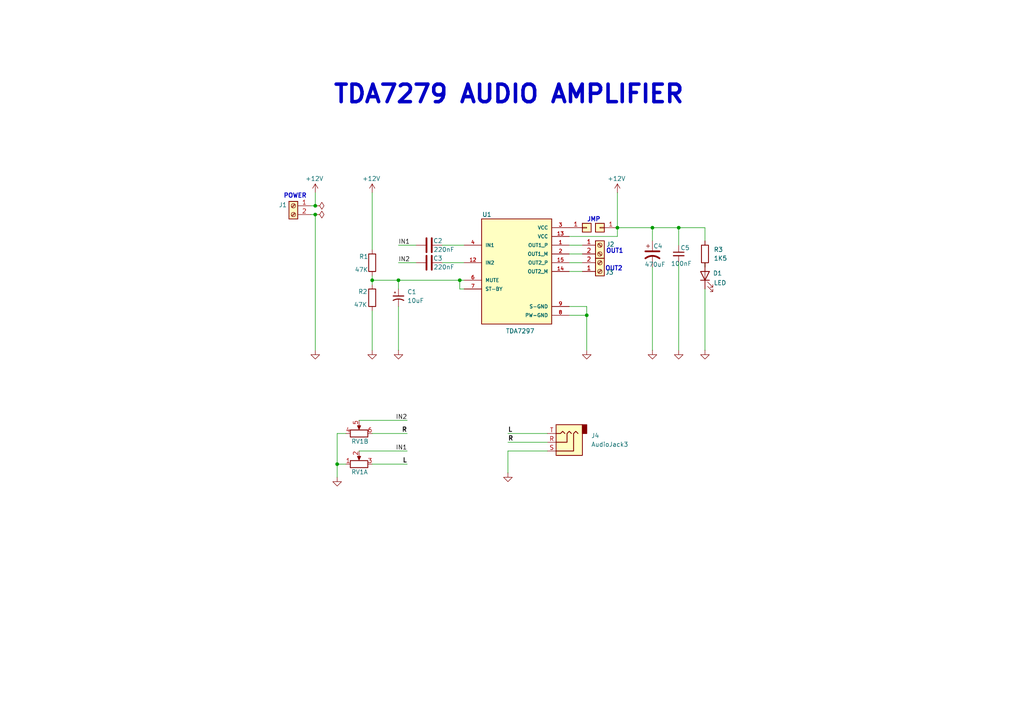
<source format=kicad_sch>
(kicad_sch
	(version 20231120)
	(generator "eeschema")
	(generator_version "8.0")
	(uuid "62135a94-6dc7-4172-b362-6d0c8916151a")
	(paper "A4")
	(title_block
		(title "TDA7279 Audio Amplifier")
		(date "2024-06-17")
		(rev "V.1.0.0")
		(company "Nepatronix Engineering Solutions, Nepal")
		(comment 1 "TDA7279 Audio Amplifier")
		(comment 2 "Designer: BIBEK KUMAR GANESH")
	)
	(lib_symbols
		(symbol "Connector:Screw_Terminal_01x02"
			(pin_names
				(offset 1.016) hide)
			(exclude_from_sim no)
			(in_bom yes)
			(on_board yes)
			(property "Reference" "J"
				(at 0 2.54 0)
				(effects
					(font
						(size 1.27 1.27)
					)
				)
			)
			(property "Value" "Screw_Terminal_01x02"
				(at 0 -5.08 0)
				(effects
					(font
						(size 1.27 1.27)
					)
				)
			)
			(property "Footprint" ""
				(at 0 0 0)
				(effects
					(font
						(size 1.27 1.27)
					)
					(hide yes)
				)
			)
			(property "Datasheet" "~"
				(at 0 0 0)
				(effects
					(font
						(size 1.27 1.27)
					)
					(hide yes)
				)
			)
			(property "Description" "Generic screw terminal, single row, 01x02, script generated (kicad-library-utils/schlib/autogen/connector/)"
				(at 0 0 0)
				(effects
					(font
						(size 1.27 1.27)
					)
					(hide yes)
				)
			)
			(property "ki_keywords" "screw terminal"
				(at 0 0 0)
				(effects
					(font
						(size 1.27 1.27)
					)
					(hide yes)
				)
			)
			(property "ki_fp_filters" "TerminalBlock*:*"
				(at 0 0 0)
				(effects
					(font
						(size 1.27 1.27)
					)
					(hide yes)
				)
			)
			(symbol "Screw_Terminal_01x02_1_1"
				(rectangle
					(start -1.27 1.27)
					(end 1.27 -3.81)
					(stroke
						(width 0.254)
						(type default)
					)
					(fill
						(type background)
					)
				)
				(circle
					(center 0 -2.54)
					(radius 0.635)
					(stroke
						(width 0.1524)
						(type default)
					)
					(fill
						(type none)
					)
				)
				(polyline
					(pts
						(xy -0.5334 -2.2098) (xy 0.3302 -3.048)
					)
					(stroke
						(width 0.1524)
						(type default)
					)
					(fill
						(type none)
					)
				)
				(polyline
					(pts
						(xy -0.5334 0.3302) (xy 0.3302 -0.508)
					)
					(stroke
						(width 0.1524)
						(type default)
					)
					(fill
						(type none)
					)
				)
				(polyline
					(pts
						(xy -0.3556 -2.032) (xy 0.508 -2.8702)
					)
					(stroke
						(width 0.1524)
						(type default)
					)
					(fill
						(type none)
					)
				)
				(polyline
					(pts
						(xy -0.3556 0.508) (xy 0.508 -0.3302)
					)
					(stroke
						(width 0.1524)
						(type default)
					)
					(fill
						(type none)
					)
				)
				(circle
					(center 0 0)
					(radius 0.635)
					(stroke
						(width 0.1524)
						(type default)
					)
					(fill
						(type none)
					)
				)
				(pin passive line
					(at -5.08 0 0)
					(length 3.81)
					(name "Pin_1"
						(effects
							(font
								(size 1.27 1.27)
							)
						)
					)
					(number "1"
						(effects
							(font
								(size 1.27 1.27)
							)
						)
					)
				)
				(pin passive line
					(at -5.08 -2.54 0)
					(length 3.81)
					(name "Pin_2"
						(effects
							(font
								(size 1.27 1.27)
							)
						)
					)
					(number "2"
						(effects
							(font
								(size 1.27 1.27)
							)
						)
					)
				)
			)
		)
		(symbol "Connector_Audio:AudioJack3"
			(exclude_from_sim no)
			(in_bom yes)
			(on_board yes)
			(property "Reference" "J"
				(at 0 8.89 0)
				(effects
					(font
						(size 1.27 1.27)
					)
				)
			)
			(property "Value" "AudioJack3"
				(at 0 6.35 0)
				(effects
					(font
						(size 1.27 1.27)
					)
				)
			)
			(property "Footprint" ""
				(at 0 0 0)
				(effects
					(font
						(size 1.27 1.27)
					)
					(hide yes)
				)
			)
			(property "Datasheet" "~"
				(at 0 0 0)
				(effects
					(font
						(size 1.27 1.27)
					)
					(hide yes)
				)
			)
			(property "Description" "Audio Jack, 3 Poles (Stereo / TRS)"
				(at 0 0 0)
				(effects
					(font
						(size 1.27 1.27)
					)
					(hide yes)
				)
			)
			(property "ki_keywords" "audio jack receptacle stereo headphones phones TRS connector"
				(at 0 0 0)
				(effects
					(font
						(size 1.27 1.27)
					)
					(hide yes)
				)
			)
			(property "ki_fp_filters" "Jack*"
				(at 0 0 0)
				(effects
					(font
						(size 1.27 1.27)
					)
					(hide yes)
				)
			)
			(symbol "AudioJack3_0_1"
				(rectangle
					(start -5.08 -5.08)
					(end -6.35 -2.54)
					(stroke
						(width 0.254)
						(type default)
					)
					(fill
						(type outline)
					)
				)
				(polyline
					(pts
						(xy 0 -2.54) (xy 0.635 -3.175) (xy 1.27 -2.54) (xy 2.54 -2.54)
					)
					(stroke
						(width 0.254)
						(type default)
					)
					(fill
						(type none)
					)
				)
				(polyline
					(pts
						(xy -1.905 -2.54) (xy -1.27 -3.175) (xy -0.635 -2.54) (xy -0.635 0) (xy 2.54 0)
					)
					(stroke
						(width 0.254)
						(type default)
					)
					(fill
						(type none)
					)
				)
				(polyline
					(pts
						(xy 2.54 2.54) (xy -2.54 2.54) (xy -2.54 -2.54) (xy -3.175 -3.175) (xy -3.81 -2.54)
					)
					(stroke
						(width 0.254)
						(type default)
					)
					(fill
						(type none)
					)
				)
				(rectangle
					(start 2.54 3.81)
					(end -5.08 -5.08)
					(stroke
						(width 0.254)
						(type default)
					)
					(fill
						(type background)
					)
				)
			)
			(symbol "AudioJack3_1_1"
				(pin passive line
					(at 5.08 0 180)
					(length 2.54)
					(name "~"
						(effects
							(font
								(size 1.27 1.27)
							)
						)
					)
					(number "R"
						(effects
							(font
								(size 1.27 1.27)
							)
						)
					)
				)
				(pin passive line
					(at 5.08 2.54 180)
					(length 2.54)
					(name "~"
						(effects
							(font
								(size 1.27 1.27)
							)
						)
					)
					(number "S"
						(effects
							(font
								(size 1.27 1.27)
							)
						)
					)
				)
				(pin passive line
					(at 5.08 -2.54 180)
					(length 2.54)
					(name "~"
						(effects
							(font
								(size 1.27 1.27)
							)
						)
					)
					(number "T"
						(effects
							(font
								(size 1.27 1.27)
							)
						)
					)
				)
			)
		)
		(symbol "Connector_Generic:Conn_01x01"
			(pin_names
				(offset 1.016) hide)
			(exclude_from_sim no)
			(in_bom yes)
			(on_board yes)
			(property "Reference" "J"
				(at 0 2.54 0)
				(effects
					(font
						(size 1.27 1.27)
					)
				)
			)
			(property "Value" "Conn_01x01"
				(at 0 -2.54 0)
				(effects
					(font
						(size 1.27 1.27)
					)
				)
			)
			(property "Footprint" ""
				(at 0 0 0)
				(effects
					(font
						(size 1.27 1.27)
					)
					(hide yes)
				)
			)
			(property "Datasheet" "~"
				(at 0 0 0)
				(effects
					(font
						(size 1.27 1.27)
					)
					(hide yes)
				)
			)
			(property "Description" "Generic connector, single row, 01x01, script generated (kicad-library-utils/schlib/autogen/connector/)"
				(at 0 0 0)
				(effects
					(font
						(size 1.27 1.27)
					)
					(hide yes)
				)
			)
			(property "ki_keywords" "connector"
				(at 0 0 0)
				(effects
					(font
						(size 1.27 1.27)
					)
					(hide yes)
				)
			)
			(property "ki_fp_filters" "Connector*:*_1x??_*"
				(at 0 0 0)
				(effects
					(font
						(size 1.27 1.27)
					)
					(hide yes)
				)
			)
			(symbol "Conn_01x01_1_1"
				(rectangle
					(start -1.27 0.127)
					(end 0 -0.127)
					(stroke
						(width 0.1524)
						(type default)
					)
					(fill
						(type none)
					)
				)
				(rectangle
					(start -1.27 1.27)
					(end 1.27 -1.27)
					(stroke
						(width 0.254)
						(type default)
					)
					(fill
						(type background)
					)
				)
				(pin passive line
					(at -5.08 0 0)
					(length 3.81)
					(name "Pin_1"
						(effects
							(font
								(size 1.27 1.27)
							)
						)
					)
					(number "1"
						(effects
							(font
								(size 1.27 1.27)
							)
						)
					)
				)
			)
		)
		(symbol "Device:C"
			(pin_numbers hide)
			(pin_names
				(offset 0.254)
			)
			(exclude_from_sim no)
			(in_bom yes)
			(on_board yes)
			(property "Reference" "C"
				(at 0.635 2.54 0)
				(effects
					(font
						(size 1.27 1.27)
					)
					(justify left)
				)
			)
			(property "Value" "C"
				(at 0.635 -2.54 0)
				(effects
					(font
						(size 1.27 1.27)
					)
					(justify left)
				)
			)
			(property "Footprint" ""
				(at 0.9652 -3.81 0)
				(effects
					(font
						(size 1.27 1.27)
					)
					(hide yes)
				)
			)
			(property "Datasheet" "~"
				(at 0 0 0)
				(effects
					(font
						(size 1.27 1.27)
					)
					(hide yes)
				)
			)
			(property "Description" "Unpolarized capacitor"
				(at 0 0 0)
				(effects
					(font
						(size 1.27 1.27)
					)
					(hide yes)
				)
			)
			(property "ki_keywords" "cap capacitor"
				(at 0 0 0)
				(effects
					(font
						(size 1.27 1.27)
					)
					(hide yes)
				)
			)
			(property "ki_fp_filters" "C_*"
				(at 0 0 0)
				(effects
					(font
						(size 1.27 1.27)
					)
					(hide yes)
				)
			)
			(symbol "C_0_1"
				(polyline
					(pts
						(xy -2.032 -0.762) (xy 2.032 -0.762)
					)
					(stroke
						(width 0.508)
						(type default)
					)
					(fill
						(type none)
					)
				)
				(polyline
					(pts
						(xy -2.032 0.762) (xy 2.032 0.762)
					)
					(stroke
						(width 0.508)
						(type default)
					)
					(fill
						(type none)
					)
				)
			)
			(symbol "C_1_1"
				(pin passive line
					(at 0 3.81 270)
					(length 2.794)
					(name "~"
						(effects
							(font
								(size 1.27 1.27)
							)
						)
					)
					(number "1"
						(effects
							(font
								(size 1.27 1.27)
							)
						)
					)
				)
				(pin passive line
					(at 0 -3.81 90)
					(length 2.794)
					(name "~"
						(effects
							(font
								(size 1.27 1.27)
							)
						)
					)
					(number "2"
						(effects
							(font
								(size 1.27 1.27)
							)
						)
					)
				)
			)
		)
		(symbol "Device:C_Polarized_Small_US"
			(pin_numbers hide)
			(pin_names
				(offset 0.254) hide)
			(exclude_from_sim no)
			(in_bom yes)
			(on_board yes)
			(property "Reference" "C"
				(at 0.254 1.778 0)
				(effects
					(font
						(size 1.27 1.27)
					)
					(justify left)
				)
			)
			(property "Value" "C_Polarized_Small_US"
				(at 0.254 -2.032 0)
				(effects
					(font
						(size 1.27 1.27)
					)
					(justify left)
				)
			)
			(property "Footprint" ""
				(at 0 0 0)
				(effects
					(font
						(size 1.27 1.27)
					)
					(hide yes)
				)
			)
			(property "Datasheet" "~"
				(at 0 0 0)
				(effects
					(font
						(size 1.27 1.27)
					)
					(hide yes)
				)
			)
			(property "Description" "Polarized capacitor, small US symbol"
				(at 0 0 0)
				(effects
					(font
						(size 1.27 1.27)
					)
					(hide yes)
				)
			)
			(property "ki_keywords" "cap capacitor"
				(at 0 0 0)
				(effects
					(font
						(size 1.27 1.27)
					)
					(hide yes)
				)
			)
			(property "ki_fp_filters" "CP_*"
				(at 0 0 0)
				(effects
					(font
						(size 1.27 1.27)
					)
					(hide yes)
				)
			)
			(symbol "C_Polarized_Small_US_0_1"
				(polyline
					(pts
						(xy -1.524 0.508) (xy 1.524 0.508)
					)
					(stroke
						(width 0.3048)
						(type default)
					)
					(fill
						(type none)
					)
				)
				(polyline
					(pts
						(xy -1.27 1.524) (xy -0.762 1.524)
					)
					(stroke
						(width 0)
						(type default)
					)
					(fill
						(type none)
					)
				)
				(polyline
					(pts
						(xy -1.016 1.27) (xy -1.016 1.778)
					)
					(stroke
						(width 0)
						(type default)
					)
					(fill
						(type none)
					)
				)
				(arc
					(start 1.524 -0.762)
					(mid 0 -0.3734)
					(end -1.524 -0.762)
					(stroke
						(width 0.3048)
						(type default)
					)
					(fill
						(type none)
					)
				)
			)
			(symbol "C_Polarized_Small_US_1_1"
				(pin passive line
					(at 0 2.54 270)
					(length 2.032)
					(name "~"
						(effects
							(font
								(size 1.27 1.27)
							)
						)
					)
					(number "1"
						(effects
							(font
								(size 1.27 1.27)
							)
						)
					)
				)
				(pin passive line
					(at 0 -2.54 90)
					(length 2.032)
					(name "~"
						(effects
							(font
								(size 1.27 1.27)
							)
						)
					)
					(number "2"
						(effects
							(font
								(size 1.27 1.27)
							)
						)
					)
				)
			)
		)
		(symbol "Device:C_Polarized_US"
			(pin_numbers hide)
			(pin_names
				(offset 0.254) hide)
			(exclude_from_sim no)
			(in_bom yes)
			(on_board yes)
			(property "Reference" "C"
				(at 0.635 2.54 0)
				(effects
					(font
						(size 1.27 1.27)
					)
					(justify left)
				)
			)
			(property "Value" "C_Polarized_US"
				(at 0.635 -2.54 0)
				(effects
					(font
						(size 1.27 1.27)
					)
					(justify left)
				)
			)
			(property "Footprint" ""
				(at 0 0 0)
				(effects
					(font
						(size 1.27 1.27)
					)
					(hide yes)
				)
			)
			(property "Datasheet" "~"
				(at 0 0 0)
				(effects
					(font
						(size 1.27 1.27)
					)
					(hide yes)
				)
			)
			(property "Description" "Polarized capacitor, US symbol"
				(at 0 0 0)
				(effects
					(font
						(size 1.27 1.27)
					)
					(hide yes)
				)
			)
			(property "ki_keywords" "cap capacitor"
				(at 0 0 0)
				(effects
					(font
						(size 1.27 1.27)
					)
					(hide yes)
				)
			)
			(property "ki_fp_filters" "CP_*"
				(at 0 0 0)
				(effects
					(font
						(size 1.27 1.27)
					)
					(hide yes)
				)
			)
			(symbol "C_Polarized_US_0_1"
				(polyline
					(pts
						(xy -2.032 0.762) (xy 2.032 0.762)
					)
					(stroke
						(width 0.508)
						(type default)
					)
					(fill
						(type none)
					)
				)
				(polyline
					(pts
						(xy -1.778 2.286) (xy -0.762 2.286)
					)
					(stroke
						(width 0)
						(type default)
					)
					(fill
						(type none)
					)
				)
				(polyline
					(pts
						(xy -1.27 1.778) (xy -1.27 2.794)
					)
					(stroke
						(width 0)
						(type default)
					)
					(fill
						(type none)
					)
				)
				(arc
					(start 2.032 -1.27)
					(mid 0 -0.5572)
					(end -2.032 -1.27)
					(stroke
						(width 0.508)
						(type default)
					)
					(fill
						(type none)
					)
				)
			)
			(symbol "C_Polarized_US_1_1"
				(pin passive line
					(at 0 3.81 270)
					(length 2.794)
					(name "~"
						(effects
							(font
								(size 1.27 1.27)
							)
						)
					)
					(number "1"
						(effects
							(font
								(size 1.27 1.27)
							)
						)
					)
				)
				(pin passive line
					(at 0 -3.81 90)
					(length 3.302)
					(name "~"
						(effects
							(font
								(size 1.27 1.27)
							)
						)
					)
					(number "2"
						(effects
							(font
								(size 1.27 1.27)
							)
						)
					)
				)
			)
		)
		(symbol "Device:C_Small"
			(pin_numbers hide)
			(pin_names
				(offset 0.254) hide)
			(exclude_from_sim no)
			(in_bom yes)
			(on_board yes)
			(property "Reference" "C"
				(at 0.254 1.778 0)
				(effects
					(font
						(size 1.27 1.27)
					)
					(justify left)
				)
			)
			(property "Value" "C_Small"
				(at 0.254 -2.032 0)
				(effects
					(font
						(size 1.27 1.27)
					)
					(justify left)
				)
			)
			(property "Footprint" ""
				(at 0 0 0)
				(effects
					(font
						(size 1.27 1.27)
					)
					(hide yes)
				)
			)
			(property "Datasheet" "~"
				(at 0 0 0)
				(effects
					(font
						(size 1.27 1.27)
					)
					(hide yes)
				)
			)
			(property "Description" "Unpolarized capacitor, small symbol"
				(at 0 0 0)
				(effects
					(font
						(size 1.27 1.27)
					)
					(hide yes)
				)
			)
			(property "ki_keywords" "capacitor cap"
				(at 0 0 0)
				(effects
					(font
						(size 1.27 1.27)
					)
					(hide yes)
				)
			)
			(property "ki_fp_filters" "C_*"
				(at 0 0 0)
				(effects
					(font
						(size 1.27 1.27)
					)
					(hide yes)
				)
			)
			(symbol "C_Small_0_1"
				(polyline
					(pts
						(xy -1.524 -0.508) (xy 1.524 -0.508)
					)
					(stroke
						(width 0.3302)
						(type default)
					)
					(fill
						(type none)
					)
				)
				(polyline
					(pts
						(xy -1.524 0.508) (xy 1.524 0.508)
					)
					(stroke
						(width 0.3048)
						(type default)
					)
					(fill
						(type none)
					)
				)
			)
			(symbol "C_Small_1_1"
				(pin passive line
					(at 0 2.54 270)
					(length 2.032)
					(name "~"
						(effects
							(font
								(size 1.27 1.27)
							)
						)
					)
					(number "1"
						(effects
							(font
								(size 1.27 1.27)
							)
						)
					)
				)
				(pin passive line
					(at 0 -2.54 90)
					(length 2.032)
					(name "~"
						(effects
							(font
								(size 1.27 1.27)
							)
						)
					)
					(number "2"
						(effects
							(font
								(size 1.27 1.27)
							)
						)
					)
				)
			)
		)
		(symbol "Device:LED"
			(pin_numbers hide)
			(pin_names
				(offset 1.016) hide)
			(exclude_from_sim no)
			(in_bom yes)
			(on_board yes)
			(property "Reference" "D"
				(at 0 2.54 0)
				(effects
					(font
						(size 1.27 1.27)
					)
				)
			)
			(property "Value" "LED"
				(at 0 -2.54 0)
				(effects
					(font
						(size 1.27 1.27)
					)
				)
			)
			(property "Footprint" ""
				(at 0 0 0)
				(effects
					(font
						(size 1.27 1.27)
					)
					(hide yes)
				)
			)
			(property "Datasheet" "~"
				(at 0 0 0)
				(effects
					(font
						(size 1.27 1.27)
					)
					(hide yes)
				)
			)
			(property "Description" "Light emitting diode"
				(at 0 0 0)
				(effects
					(font
						(size 1.27 1.27)
					)
					(hide yes)
				)
			)
			(property "ki_keywords" "LED diode"
				(at 0 0 0)
				(effects
					(font
						(size 1.27 1.27)
					)
					(hide yes)
				)
			)
			(property "ki_fp_filters" "LED* LED_SMD:* LED_THT:*"
				(at 0 0 0)
				(effects
					(font
						(size 1.27 1.27)
					)
					(hide yes)
				)
			)
			(symbol "LED_0_1"
				(polyline
					(pts
						(xy -1.27 -1.27) (xy -1.27 1.27)
					)
					(stroke
						(width 0.254)
						(type default)
					)
					(fill
						(type none)
					)
				)
				(polyline
					(pts
						(xy -1.27 0) (xy 1.27 0)
					)
					(stroke
						(width 0)
						(type default)
					)
					(fill
						(type none)
					)
				)
				(polyline
					(pts
						(xy 1.27 -1.27) (xy 1.27 1.27) (xy -1.27 0) (xy 1.27 -1.27)
					)
					(stroke
						(width 0.254)
						(type default)
					)
					(fill
						(type none)
					)
				)
				(polyline
					(pts
						(xy -3.048 -0.762) (xy -4.572 -2.286) (xy -3.81 -2.286) (xy -4.572 -2.286) (xy -4.572 -1.524)
					)
					(stroke
						(width 0)
						(type default)
					)
					(fill
						(type none)
					)
				)
				(polyline
					(pts
						(xy -1.778 -0.762) (xy -3.302 -2.286) (xy -2.54 -2.286) (xy -3.302 -2.286) (xy -3.302 -1.524)
					)
					(stroke
						(width 0)
						(type default)
					)
					(fill
						(type none)
					)
				)
			)
			(symbol "LED_1_1"
				(pin passive line
					(at -3.81 0 0)
					(length 2.54)
					(name "K"
						(effects
							(font
								(size 1.27 1.27)
							)
						)
					)
					(number "1"
						(effects
							(font
								(size 1.27 1.27)
							)
						)
					)
				)
				(pin passive line
					(at 3.81 0 180)
					(length 2.54)
					(name "A"
						(effects
							(font
								(size 1.27 1.27)
							)
						)
					)
					(number "2"
						(effects
							(font
								(size 1.27 1.27)
							)
						)
					)
				)
			)
		)
		(symbol "Device:R"
			(pin_numbers hide)
			(pin_names
				(offset 0)
			)
			(exclude_from_sim no)
			(in_bom yes)
			(on_board yes)
			(property "Reference" "R"
				(at 2.032 0 90)
				(effects
					(font
						(size 1.27 1.27)
					)
				)
			)
			(property "Value" "R"
				(at 0 0 90)
				(effects
					(font
						(size 1.27 1.27)
					)
				)
			)
			(property "Footprint" ""
				(at -1.778 0 90)
				(effects
					(font
						(size 1.27 1.27)
					)
					(hide yes)
				)
			)
			(property "Datasheet" "~"
				(at 0 0 0)
				(effects
					(font
						(size 1.27 1.27)
					)
					(hide yes)
				)
			)
			(property "Description" "Resistor"
				(at 0 0 0)
				(effects
					(font
						(size 1.27 1.27)
					)
					(hide yes)
				)
			)
			(property "ki_keywords" "R res resistor"
				(at 0 0 0)
				(effects
					(font
						(size 1.27 1.27)
					)
					(hide yes)
				)
			)
			(property "ki_fp_filters" "R_*"
				(at 0 0 0)
				(effects
					(font
						(size 1.27 1.27)
					)
					(hide yes)
				)
			)
			(symbol "R_0_1"
				(rectangle
					(start -1.016 -2.54)
					(end 1.016 2.54)
					(stroke
						(width 0.254)
						(type default)
					)
					(fill
						(type none)
					)
				)
			)
			(symbol "R_1_1"
				(pin passive line
					(at 0 3.81 270)
					(length 1.27)
					(name "~"
						(effects
							(font
								(size 1.27 1.27)
							)
						)
					)
					(number "1"
						(effects
							(font
								(size 1.27 1.27)
							)
						)
					)
				)
				(pin passive line
					(at 0 -3.81 90)
					(length 1.27)
					(name "~"
						(effects
							(font
								(size 1.27 1.27)
							)
						)
					)
					(number "2"
						(effects
							(font
								(size 1.27 1.27)
							)
						)
					)
				)
			)
		)
		(symbol "Device:R_Potentiometer_Dual_Separate"
			(pin_names
				(offset 1.016) hide)
			(exclude_from_sim no)
			(in_bom yes)
			(on_board yes)
			(property "Reference" "RV"
				(at -4.445 0 90)
				(effects
					(font
						(size 1.27 1.27)
					)
				)
			)
			(property "Value" "R_Potentiometer_Dual_Separate"
				(at -2.54 0 90)
				(effects
					(font
						(size 1.27 1.27)
					)
				)
			)
			(property "Footprint" ""
				(at 0 0 0)
				(effects
					(font
						(size 1.27 1.27)
					)
					(hide yes)
				)
			)
			(property "Datasheet" "~"
				(at 0 0 0)
				(effects
					(font
						(size 1.27 1.27)
					)
					(hide yes)
				)
			)
			(property "Description" "Dual potentiometer, separate units"
				(at 0 0 0)
				(effects
					(font
						(size 1.27 1.27)
					)
					(hide yes)
				)
			)
			(property "ki_keywords" "resistor variable"
				(at 0 0 0)
				(effects
					(font
						(size 1.27 1.27)
					)
					(hide yes)
				)
			)
			(property "ki_fp_filters" "Potentiometer*"
				(at 0 0 0)
				(effects
					(font
						(size 1.27 1.27)
					)
					(hide yes)
				)
			)
			(symbol "R_Potentiometer_Dual_Separate_0_1"
				(polyline
					(pts
						(xy 2.54 0) (xy 1.524 0)
					)
					(stroke
						(width 0)
						(type default)
					)
					(fill
						(type none)
					)
				)
				(polyline
					(pts
						(xy 1.143 0) (xy 2.286 0.508) (xy 2.286 -0.508) (xy 1.143 0)
					)
					(stroke
						(width 0)
						(type default)
					)
					(fill
						(type outline)
					)
				)
				(rectangle
					(start 1.016 2.54)
					(end -1.016 -2.54)
					(stroke
						(width 0.254)
						(type default)
					)
					(fill
						(type none)
					)
				)
			)
			(symbol "R_Potentiometer_Dual_Separate_1_1"
				(pin passive line
					(at 0 3.81 270)
					(length 1.27)
					(name "1"
						(effects
							(font
								(size 1.27 1.27)
							)
						)
					)
					(number "1"
						(effects
							(font
								(size 1.27 1.27)
							)
						)
					)
				)
				(pin passive line
					(at 3.81 0 180)
					(length 1.27)
					(name "2"
						(effects
							(font
								(size 1.27 1.27)
							)
						)
					)
					(number "2"
						(effects
							(font
								(size 1.27 1.27)
							)
						)
					)
				)
				(pin passive line
					(at 0 -3.81 90)
					(length 1.27)
					(name "3"
						(effects
							(font
								(size 1.27 1.27)
							)
						)
					)
					(number "3"
						(effects
							(font
								(size 1.27 1.27)
							)
						)
					)
				)
			)
			(symbol "R_Potentiometer_Dual_Separate_2_1"
				(pin passive line
					(at 0 3.81 270)
					(length 1.27)
					(name "4"
						(effects
							(font
								(size 1.27 1.27)
							)
						)
					)
					(number "4"
						(effects
							(font
								(size 1.27 1.27)
							)
						)
					)
				)
				(pin passive line
					(at 3.81 0 180)
					(length 1.27)
					(name "5"
						(effects
							(font
								(size 1.27 1.27)
							)
						)
					)
					(number "5"
						(effects
							(font
								(size 1.27 1.27)
							)
						)
					)
				)
				(pin passive line
					(at 0 -3.81 90)
					(length 1.27)
					(name "6"
						(effects
							(font
								(size 1.27 1.27)
							)
						)
					)
					(number "6"
						(effects
							(font
								(size 1.27 1.27)
							)
						)
					)
				)
			)
		)
		(symbol "TDA7297:TDA7297"
			(pin_names
				(offset 1.016)
			)
			(exclude_from_sim no)
			(in_bom yes)
			(on_board yes)
			(property "Reference" "U1"
				(at -8.636 16.51 0)
				(effects
					(font
						(size 1.27 1.27)
					)
				)
			)
			(property "Value" "TDA7297"
				(at 1.016 -17.272 0)
				(effects
					(font
						(size 1.27 1.27)
					)
				)
			)
			(property "Footprint" "TDA7297:TO127P2020X500X2100-15"
				(at 0 0 0)
				(effects
					(font
						(size 1.27 1.27)
					)
					(justify bottom)
					(hide yes)
				)
			)
			(property "Datasheet" ""
				(at 0 0 0)
				(effects
					(font
						(size 1.27 1.27)
					)
					(hide yes)
				)
			)
			(property "Description" "TDA7297-Audio Amplifier IC"
				(at 0 0 0)
				(effects
					(font
						(size 1.27 1.27)
					)
					(hide yes)
				)
			)
			(property "MF" "STMicroelectronics"
				(at 0 0 0)
				(effects
					(font
						(size 1.27 1.27)
					)
					(justify bottom)
					(hide yes)
				)
			)
			(property "Description_1" "\nAmplifier IC 2-Channel (Stereo) Class AB 15-Multiwatt\n"
				(at 0 0 0)
				(effects
					(font
						(size 1.27 1.27)
					)
					(justify bottom)
					(hide yes)
				)
			)
			(property "Package" "Multiwatt-15 STMicroelectronics"
				(at 0 0 0)
				(effects
					(font
						(size 1.27 1.27)
					)
					(justify bottom)
					(hide yes)
				)
			)
			(property "Price" "None"
				(at 0 0 0)
				(effects
					(font
						(size 1.27 1.27)
					)
					(justify bottom)
					(hide yes)
				)
			)
			(property "Check_prices" "https://www.snapeda.com/parts/TDA7297/STMicroelectronics/view-part/?ref=eda"
				(at 0 0 0)
				(effects
					(font
						(size 1.27 1.27)
					)
					(justify bottom)
					(hide yes)
				)
			)
			(property "STANDARD" "IPC 7351B"
				(at 0 0 0)
				(effects
					(font
						(size 1.27 1.27)
					)
					(justify bottom)
					(hide yes)
				)
			)
			(property "PARTREV" ""
				(at 0 0 0)
				(effects
					(font
						(size 1.27 1.27)
					)
					(justify bottom)
					(hide yes)
				)
			)
			(property "SnapEDA_Link" "https://www.snapeda.com/parts/TDA7297/STMicroelectronics/view-part/?ref=snap"
				(at 0 0 0)
				(effects
					(font
						(size 1.27 1.27)
					)
					(justify bottom)
					(hide yes)
				)
			)
			(property "MP" "TDA7297"
				(at 0 0 0)
				(effects
					(font
						(size 1.27 1.27)
					)
					(justify bottom)
					(hide yes)
				)
			)
			(property "Purchase-URL" "https://www.snapeda.com/api/url_track_click_mouser/?unipart_id=562040&manufacturer=STMicroelectronics&part_name=TDA7297&search_term=tda7297"
				(at 0 0 0)
				(effects
					(font
						(size 1.27 1.27)
					)
					(justify bottom)
					(hide yes)
				)
			)
			(property "Availability" "In Stock"
				(at 0 0 0)
				(effects
					(font
						(size 1.27 1.27)
					)
					(justify bottom)
					(hide yes)
				)
			)
			(property "MANUFACTURER" "ST MICROELECTRONICS"
				(at 0 0 0)
				(effects
					(font
						(size 1.27 1.27)
					)
					(justify bottom)
					(hide yes)
				)
			)
			(symbol "TDA7297_0_0"
				(rectangle
					(start -10.16 -15.24)
					(end 10.16 15.24)
					(stroke
						(width 0.254)
						(type default)
					)
					(fill
						(type background)
					)
				)
				(pin output line
					(at 15.24 7.62 180)
					(length 5.08)
					(name "OUT1_P"
						(effects
							(font
								(size 1.016 1.016)
							)
						)
					)
					(number "1"
						(effects
							(font
								(size 1.016 1.016)
							)
						)
					)
				)
				(pin input line
					(at -15.24 2.54 0)
					(length 5.08)
					(name "IN2"
						(effects
							(font
								(size 1.016 1.016)
							)
						)
					)
					(number "12"
						(effects
							(font
								(size 1.016 1.016)
							)
						)
					)
				)
				(pin power_in line
					(at 15.24 10.16 180)
					(length 5.08)
					(name "VCC"
						(effects
							(font
								(size 1.016 1.016)
							)
						)
					)
					(number "13"
						(effects
							(font
								(size 1.016 1.016)
							)
						)
					)
				)
				(pin output line
					(at 15.24 0 180)
					(length 5.08)
					(name "OUT2_M"
						(effects
							(font
								(size 1.016 1.016)
							)
						)
					)
					(number "14"
						(effects
							(font
								(size 1.016 1.016)
							)
						)
					)
				)
				(pin output line
					(at 15.24 2.54 180)
					(length 5.08)
					(name "OUT2_P"
						(effects
							(font
								(size 1.016 1.016)
							)
						)
					)
					(number "15"
						(effects
							(font
								(size 1.016 1.016)
							)
						)
					)
				)
				(pin output line
					(at 15.24 5.08 180)
					(length 5.08)
					(name "OUT1_M"
						(effects
							(font
								(size 1.016 1.016)
							)
						)
					)
					(number "2"
						(effects
							(font
								(size 1.016 1.016)
							)
						)
					)
				)
				(pin power_in line
					(at 15.24 12.7 180)
					(length 5.08)
					(name "VCC"
						(effects
							(font
								(size 1.016 1.016)
							)
						)
					)
					(number "3"
						(effects
							(font
								(size 1.016 1.016)
							)
						)
					)
				)
				(pin input line
					(at -15.24 7.62 0)
					(length 5.08)
					(name "IN1"
						(effects
							(font
								(size 1.016 1.016)
							)
						)
					)
					(number "4"
						(effects
							(font
								(size 1.016 1.016)
							)
						)
					)
				)
				(pin passive line
					(at -15.24 -2.54 0)
					(length 5.08)
					(name "MUTE"
						(effects
							(font
								(size 1.016 1.016)
							)
						)
					)
					(number "6"
						(effects
							(font
								(size 1.016 1.016)
							)
						)
					)
				)
				(pin passive line
					(at -15.24 -5.08 0)
					(length 5.08)
					(name "ST-BY"
						(effects
							(font
								(size 1.016 1.016)
							)
						)
					)
					(number "7"
						(effects
							(font
								(size 1.016 1.016)
							)
						)
					)
				)
				(pin power_in line
					(at 15.24 -12.7 180)
					(length 5.08)
					(name "PW-GND"
						(effects
							(font
								(size 1.016 1.016)
							)
						)
					)
					(number "8"
						(effects
							(font
								(size 1.016 1.016)
							)
						)
					)
				)
				(pin power_in line
					(at 15.24 -10.16 180)
					(length 5.08)
					(name "S-GND"
						(effects
							(font
								(size 1.016 1.016)
							)
						)
					)
					(number "9"
						(effects
							(font
								(size 1.016 1.016)
							)
						)
					)
				)
			)
		)
		(symbol "power:+12V"
			(power)
			(pin_numbers hide)
			(pin_names
				(offset 0) hide)
			(exclude_from_sim no)
			(in_bom yes)
			(on_board yes)
			(property "Reference" "#PWR"
				(at 0 -3.81 0)
				(effects
					(font
						(size 1.27 1.27)
					)
					(hide yes)
				)
			)
			(property "Value" "+12V"
				(at 0 3.556 0)
				(effects
					(font
						(size 1.27 1.27)
					)
				)
			)
			(property "Footprint" ""
				(at 0 0 0)
				(effects
					(font
						(size 1.27 1.27)
					)
					(hide yes)
				)
			)
			(property "Datasheet" ""
				(at 0 0 0)
				(effects
					(font
						(size 1.27 1.27)
					)
					(hide yes)
				)
			)
			(property "Description" "Power symbol creates a global label with name \"+12V\""
				(at 0 0 0)
				(effects
					(font
						(size 1.27 1.27)
					)
					(hide yes)
				)
			)
			(property "ki_keywords" "global power"
				(at 0 0 0)
				(effects
					(font
						(size 1.27 1.27)
					)
					(hide yes)
				)
			)
			(symbol "+12V_0_1"
				(polyline
					(pts
						(xy -0.762 1.27) (xy 0 2.54)
					)
					(stroke
						(width 0)
						(type default)
					)
					(fill
						(type none)
					)
				)
				(polyline
					(pts
						(xy 0 0) (xy 0 2.54)
					)
					(stroke
						(width 0)
						(type default)
					)
					(fill
						(type none)
					)
				)
				(polyline
					(pts
						(xy 0 2.54) (xy 0.762 1.27)
					)
					(stroke
						(width 0)
						(type default)
					)
					(fill
						(type none)
					)
				)
			)
			(symbol "+12V_1_1"
				(pin power_in line
					(at 0 0 90)
					(length 0)
					(name "~"
						(effects
							(font
								(size 1.27 1.27)
							)
						)
					)
					(number "1"
						(effects
							(font
								(size 1.27 1.27)
							)
						)
					)
				)
			)
		)
		(symbol "power:GND"
			(power)
			(pin_numbers hide)
			(pin_names
				(offset 0) hide)
			(exclude_from_sim no)
			(in_bom yes)
			(on_board yes)
			(property "Reference" "#PWR"
				(at 0 -6.35 0)
				(effects
					(font
						(size 1.27 1.27)
					)
					(hide yes)
				)
			)
			(property "Value" "GND"
				(at 0 -3.81 0)
				(effects
					(font
						(size 1.27 1.27)
					)
				)
			)
			(property "Footprint" ""
				(at 0 0 0)
				(effects
					(font
						(size 1.27 1.27)
					)
					(hide yes)
				)
			)
			(property "Datasheet" ""
				(at 0 0 0)
				(effects
					(font
						(size 1.27 1.27)
					)
					(hide yes)
				)
			)
			(property "Description" "Power symbol creates a global label with name \"GND\" , ground"
				(at 0 0 0)
				(effects
					(font
						(size 1.27 1.27)
					)
					(hide yes)
				)
			)
			(property "ki_keywords" "global power"
				(at 0 0 0)
				(effects
					(font
						(size 1.27 1.27)
					)
					(hide yes)
				)
			)
			(symbol "GND_0_1"
				(polyline
					(pts
						(xy 0 0) (xy 0 -1.27) (xy 1.27 -1.27) (xy 0 -2.54) (xy -1.27 -1.27) (xy 0 -1.27)
					)
					(stroke
						(width 0)
						(type default)
					)
					(fill
						(type none)
					)
				)
			)
			(symbol "GND_1_1"
				(pin power_in line
					(at 0 0 270)
					(length 0)
					(name "~"
						(effects
							(font
								(size 1.27 1.27)
							)
						)
					)
					(number "1"
						(effects
							(font
								(size 1.27 1.27)
							)
						)
					)
				)
			)
		)
		(symbol "power:PWR_FLAG"
			(power)
			(pin_numbers hide)
			(pin_names
				(offset 0) hide)
			(exclude_from_sim no)
			(in_bom yes)
			(on_board yes)
			(property "Reference" "#FLG"
				(at 0 1.905 0)
				(effects
					(font
						(size 1.27 1.27)
					)
					(hide yes)
				)
			)
			(property "Value" "PWR_FLAG"
				(at 0 3.81 0)
				(effects
					(font
						(size 1.27 1.27)
					)
				)
			)
			(property "Footprint" ""
				(at 0 0 0)
				(effects
					(font
						(size 1.27 1.27)
					)
					(hide yes)
				)
			)
			(property "Datasheet" "~"
				(at 0 0 0)
				(effects
					(font
						(size 1.27 1.27)
					)
					(hide yes)
				)
			)
			(property "Description" "Special symbol for telling ERC where power comes from"
				(at 0 0 0)
				(effects
					(font
						(size 1.27 1.27)
					)
					(hide yes)
				)
			)
			(property "ki_keywords" "flag power"
				(at 0 0 0)
				(effects
					(font
						(size 1.27 1.27)
					)
					(hide yes)
				)
			)
			(symbol "PWR_FLAG_0_0"
				(pin power_out line
					(at 0 0 90)
					(length 0)
					(name "~"
						(effects
							(font
								(size 1.27 1.27)
							)
						)
					)
					(number "1"
						(effects
							(font
								(size 1.27 1.27)
							)
						)
					)
				)
			)
			(symbol "PWR_FLAG_0_1"
				(polyline
					(pts
						(xy 0 0) (xy 0 1.27) (xy -1.016 1.905) (xy 0 2.54) (xy 1.016 1.905) (xy 0 1.27)
					)
					(stroke
						(width 0)
						(type default)
					)
					(fill
						(type none)
					)
				)
			)
		)
	)
	(junction
		(at 170.18 91.44)
		(diameter 0)
		(color 0 0 0 0)
		(uuid "29e757ac-628e-4361-b236-df3274e071d2")
	)
	(junction
		(at 107.95 81.28)
		(diameter 0)
		(color 0 0 0 0)
		(uuid "45b8286f-1996-4892-8613-277f91a6f049")
	)
	(junction
		(at 189.23 66.04)
		(diameter 0)
		(color 0 0 0 0)
		(uuid "4f11c8ba-be60-424f-8cd5-9d0508847ec0")
	)
	(junction
		(at 115.57 81.28)
		(diameter 0)
		(color 0 0 0 0)
		(uuid "67b89478-5365-495d-b9bd-9c5f1265e4c0")
	)
	(junction
		(at 97.79 134.62)
		(diameter 0)
		(color 0 0 0 0)
		(uuid "6f7368bd-8f5e-464f-b9cf-bf52a4713400")
	)
	(junction
		(at 91.44 59.69)
		(diameter 0)
		(color 0 0 0 0)
		(uuid "933b99e3-0938-4d92-8bb2-0365ec0ad6f2")
	)
	(junction
		(at 196.85 66.04)
		(diameter 0)
		(color 0 0 0 0)
		(uuid "ba89812d-65ee-4f9e-a377-c6af0e0c0411")
	)
	(junction
		(at 91.44 62.23)
		(diameter 0)
		(color 0 0 0 0)
		(uuid "c03cb161-10f7-4dab-b69f-7934ee3f1f54")
	)
	(junction
		(at 133.35 81.28)
		(diameter 0)
		(color 0 0 0 0)
		(uuid "c97a5342-efbe-4e41-8f7b-d32e16487dfe")
	)
	(junction
		(at 179.07 66.04)
		(diameter 0)
		(color 0 0 0 0)
		(uuid "d1ff7c83-bc93-4c5a-8d26-4837620939a4")
	)
	(wire
		(pts
			(xy 204.47 77.47) (xy 204.47 76.2)
		)
		(stroke
			(width 0)
			(type default)
		)
		(uuid "00a3e5dc-8d6b-48b1-9c98-abef02e18545")
	)
	(wire
		(pts
			(xy 133.35 83.82) (xy 133.35 81.28)
		)
		(stroke
			(width 0)
			(type default)
		)
		(uuid "0817dd32-3915-40cb-baf5-81e796b09619")
	)
	(wire
		(pts
			(xy 128.27 71.12) (xy 134.62 71.12)
		)
		(stroke
			(width 0)
			(type default)
		)
		(uuid "087cfff2-32bc-4fbd-8780-06db96290f29")
	)
	(wire
		(pts
			(xy 90.17 62.23) (xy 91.44 62.23)
		)
		(stroke
			(width 0)
			(type default)
		)
		(uuid "0b5515b6-8480-42a8-9fd3-3c2280e59b5e")
	)
	(wire
		(pts
			(xy 165.1 73.66) (xy 168.91 73.66)
		)
		(stroke
			(width 0)
			(type default)
		)
		(uuid "14f29bae-4b49-480d-9310-7a7859f52ef8")
	)
	(wire
		(pts
			(xy 165.1 68.58) (xy 179.07 68.58)
		)
		(stroke
			(width 0)
			(type default)
		)
		(uuid "1d90ad42-43c0-4135-b4a2-dc2fafee5526")
	)
	(wire
		(pts
			(xy 115.57 81.28) (xy 133.35 81.28)
		)
		(stroke
			(width 0)
			(type default)
		)
		(uuid "23cdf9cb-1cd6-4b74-b4c6-eb8cf5cce515")
	)
	(wire
		(pts
			(xy 107.95 90.17) (xy 107.95 101.6)
		)
		(stroke
			(width 0)
			(type default)
		)
		(uuid "299ae387-52a3-470a-a0bd-179f5997b418")
	)
	(wire
		(pts
			(xy 91.44 62.23) (xy 91.44 101.6)
		)
		(stroke
			(width 0)
			(type default)
		)
		(uuid "2ad5861b-7af1-418d-bf27-918afc19247f")
	)
	(wire
		(pts
			(xy 165.1 88.9) (xy 170.18 88.9)
		)
		(stroke
			(width 0)
			(type default)
		)
		(uuid "310649cc-0b99-427d-ac6b-a7500b401e09")
	)
	(wire
		(pts
			(xy 165.1 91.44) (xy 170.18 91.44)
		)
		(stroke
			(width 0)
			(type default)
		)
		(uuid "32bc3d73-e743-420f-840c-4a496b75d767")
	)
	(wire
		(pts
			(xy 107.95 55.88) (xy 107.95 72.39)
		)
		(stroke
			(width 0)
			(type default)
		)
		(uuid "42ae004e-82e1-4db2-9e67-5b2ea5ddc42f")
	)
	(wire
		(pts
			(xy 170.18 88.9) (xy 170.18 91.44)
		)
		(stroke
			(width 0)
			(type default)
		)
		(uuid "474c668a-5d9d-45e4-ad68-d502ecc9a5c6")
	)
	(wire
		(pts
			(xy 107.95 125.73) (xy 118.11 125.73)
		)
		(stroke
			(width 0)
			(type default)
		)
		(uuid "4a432a3a-5d59-455c-aad8-c08c3e63f716")
	)
	(wire
		(pts
			(xy 189.23 69.85) (xy 189.23 66.04)
		)
		(stroke
			(width 0)
			(type default)
		)
		(uuid "53501a47-acb5-43bc-bc5b-ca97027e6956")
	)
	(wire
		(pts
			(xy 196.85 66.04) (xy 204.47 66.04)
		)
		(stroke
			(width 0)
			(type default)
		)
		(uuid "55cbbcc4-94de-42ca-b6d4-937f4c2eb0b3")
	)
	(wire
		(pts
			(xy 97.79 125.73) (xy 97.79 134.62)
		)
		(stroke
			(width 0)
			(type default)
		)
		(uuid "631c3fb3-0e22-4344-8175-87d579dd66a4")
	)
	(wire
		(pts
			(xy 107.95 134.62) (xy 118.11 134.62)
		)
		(stroke
			(width 0)
			(type default)
		)
		(uuid "6e6fadef-a899-4580-b718-aa3e129e6a19")
	)
	(wire
		(pts
			(xy 115.57 83.82) (xy 115.57 81.28)
		)
		(stroke
			(width 0)
			(type default)
		)
		(uuid "706f79cf-efcf-402f-a5dc-5a6a9bf66f6f")
	)
	(wire
		(pts
			(xy 147.32 128.27) (xy 158.75 128.27)
		)
		(stroke
			(width 0)
			(type default)
		)
		(uuid "7614eaf4-dd11-4a28-975c-417ef8659220")
	)
	(wire
		(pts
			(xy 204.47 83.82) (xy 204.47 101.6)
		)
		(stroke
			(width 0)
			(type default)
		)
		(uuid "76870529-1174-4cfa-b9aa-f85513a58b06")
	)
	(wire
		(pts
			(xy 165.1 76.2) (xy 168.91 76.2)
		)
		(stroke
			(width 0)
			(type default)
		)
		(uuid "7facb850-6d2b-479a-b94c-9c78d9a158f9")
	)
	(wire
		(pts
			(xy 165.1 71.12) (xy 168.91 71.12)
		)
		(stroke
			(width 0)
			(type default)
		)
		(uuid "8447c599-bbf8-43f1-8557-19d4df1cc1fa")
	)
	(wire
		(pts
			(xy 107.95 81.28) (xy 115.57 81.28)
		)
		(stroke
			(width 0)
			(type default)
		)
		(uuid "868ce2c8-56c6-482b-8981-315bc892e7cc")
	)
	(wire
		(pts
			(xy 115.57 88.9) (xy 115.57 101.6)
		)
		(stroke
			(width 0)
			(type default)
		)
		(uuid "8835008b-a29f-45a5-8d1f-49bdf3ae0fce")
	)
	(wire
		(pts
			(xy 104.14 121.92) (xy 118.11 121.92)
		)
		(stroke
			(width 0)
			(type default)
		)
		(uuid "9056e70b-ba6c-4251-8688-1e379e2608a9")
	)
	(wire
		(pts
			(xy 165.1 78.74) (xy 168.91 78.74)
		)
		(stroke
			(width 0)
			(type default)
		)
		(uuid "91a62ac6-8948-46dd-8757-e11e7ebb3ec6")
	)
	(wire
		(pts
			(xy 179.07 66.04) (xy 179.07 68.58)
		)
		(stroke
			(width 0)
			(type default)
		)
		(uuid "9297ef68-b9f0-445c-80ed-7192b9a277c1")
	)
	(wire
		(pts
			(xy 107.95 82.55) (xy 107.95 81.28)
		)
		(stroke
			(width 0)
			(type default)
		)
		(uuid "93e2354f-ad0b-40af-a300-6f140f10bdd0")
	)
	(wire
		(pts
			(xy 133.35 81.28) (xy 134.62 81.28)
		)
		(stroke
			(width 0)
			(type default)
		)
		(uuid "9e903a4f-bb45-49d4-9b28-ce26c11071fe")
	)
	(wire
		(pts
			(xy 196.85 76.2) (xy 196.85 101.6)
		)
		(stroke
			(width 0)
			(type default)
		)
		(uuid "b0ac8d29-a051-4d20-967e-743c6e48cdc6")
	)
	(wire
		(pts
			(xy 189.23 66.04) (xy 196.85 66.04)
		)
		(stroke
			(width 0)
			(type default)
		)
		(uuid "b175cc0a-68cb-4659-94f8-5c1af7420db4")
	)
	(wire
		(pts
			(xy 189.23 77.47) (xy 189.23 101.6)
		)
		(stroke
			(width 0)
			(type default)
		)
		(uuid "b2edc8fd-4b1a-4563-9c4c-fda1c7d1f432")
	)
	(wire
		(pts
			(xy 90.17 59.69) (xy 91.44 59.69)
		)
		(stroke
			(width 0)
			(type default)
		)
		(uuid "b559f693-bc09-4e78-b1d9-035ffe8e6e91")
	)
	(wire
		(pts
			(xy 147.32 125.73) (xy 158.75 125.73)
		)
		(stroke
			(width 0)
			(type default)
		)
		(uuid "bb60a4c1-efdd-4a7f-99c0-28b3839a6084")
	)
	(wire
		(pts
			(xy 179.07 55.88) (xy 179.07 66.04)
		)
		(stroke
			(width 0)
			(type default)
		)
		(uuid "bc88d849-7fe9-467b-9ee7-27060e3511c2")
	)
	(wire
		(pts
			(xy 196.85 66.04) (xy 196.85 71.12)
		)
		(stroke
			(width 0)
			(type default)
		)
		(uuid "bd9bcbce-ec17-461c-bcc1-6bf9066231af")
	)
	(wire
		(pts
			(xy 104.14 130.81) (xy 118.11 130.81)
		)
		(stroke
			(width 0)
			(type default)
		)
		(uuid "bf7703e8-76e9-4678-8d82-f411528add25")
	)
	(wire
		(pts
			(xy 134.62 83.82) (xy 133.35 83.82)
		)
		(stroke
			(width 0)
			(type default)
		)
		(uuid "bfa8c099-33a5-4445-9eb4-30174b749b5a")
	)
	(wire
		(pts
			(xy 91.44 59.69) (xy 91.44 55.88)
		)
		(stroke
			(width 0)
			(type default)
		)
		(uuid "c905c8fe-7aba-4dcf-a8b4-5de2afe1e5f8")
	)
	(wire
		(pts
			(xy 97.79 134.62) (xy 100.33 134.62)
		)
		(stroke
			(width 0)
			(type default)
		)
		(uuid "cb10f610-f505-4999-b839-5d451531c316")
	)
	(wire
		(pts
			(xy 115.57 71.12) (xy 120.65 71.12)
		)
		(stroke
			(width 0)
			(type default)
		)
		(uuid "ce7da384-7639-4c72-aa4c-fea32d12e646")
	)
	(wire
		(pts
			(xy 100.33 125.73) (xy 97.79 125.73)
		)
		(stroke
			(width 0)
			(type default)
		)
		(uuid "d0a6894c-b7f3-4f88-b72a-f7418638d68d")
	)
	(wire
		(pts
			(xy 147.32 130.81) (xy 147.32 137.16)
		)
		(stroke
			(width 0)
			(type default)
		)
		(uuid "d1ec1c7b-0f22-4c8d-ba08-d4867547add3")
	)
	(wire
		(pts
			(xy 170.18 91.44) (xy 170.18 101.6)
		)
		(stroke
			(width 0)
			(type default)
		)
		(uuid "db6921cc-e2f8-412e-9b12-0c220e2e4f2b")
	)
	(wire
		(pts
			(xy 147.32 130.81) (xy 158.75 130.81)
		)
		(stroke
			(width 0)
			(type default)
		)
		(uuid "df4d0f5e-4cf3-42b7-a719-f325eea9e5d7")
	)
	(wire
		(pts
			(xy 179.07 66.04) (xy 189.23 66.04)
		)
		(stroke
			(width 0)
			(type default)
		)
		(uuid "e7bd9826-143c-4136-9c86-9ae470487128")
	)
	(wire
		(pts
			(xy 204.47 66.04) (xy 204.47 69.85)
		)
		(stroke
			(width 0)
			(type default)
		)
		(uuid "f434f6b5-0fb3-4fca-9051-be8b7856faf3")
	)
	(wire
		(pts
			(xy 115.57 76.2) (xy 120.65 76.2)
		)
		(stroke
			(width 0)
			(type default)
		)
		(uuid "f9f5d880-3fac-450d-9f05-1e1a31d2e80f")
	)
	(wire
		(pts
			(xy 107.95 80.01) (xy 107.95 81.28)
		)
		(stroke
			(width 0)
			(type default)
		)
		(uuid "fde60e90-826a-4ad8-9825-1a39f19360f8")
	)
	(wire
		(pts
			(xy 128.27 76.2) (xy 134.62 76.2)
		)
		(stroke
			(width 0)
			(type default)
		)
		(uuid "feddf557-79c4-44e8-af63-abab861b33f7")
	)
	(wire
		(pts
			(xy 97.79 134.62) (xy 97.79 138.43)
		)
		(stroke
			(width 0)
			(type default)
		)
		(uuid "ff9b7828-b069-4ddb-8fc4-9f66fcd2b734")
	)
	(text "TDA7279 AUDIO AMPLIFIER"
		(exclude_from_sim no)
		(at 147.574 27.432 0)
		(effects
			(font
				(size 5.08 5.08)
				(bold yes)
			)
		)
		(uuid "17e59d1d-5c5c-4965-931c-70c349f26acd")
	)
	(text "OUT1\n"
		(exclude_from_sim no)
		(at 178.308 72.898 0)
		(effects
			(font
				(size 1.27 1.27)
				(bold yes)
			)
		)
		(uuid "20647e1e-bf51-43b5-86de-77c8302530bb")
	)
	(text "OUT2\n"
		(exclude_from_sim no)
		(at 178.054 77.978 0)
		(effects
			(font
				(size 1.27 1.27)
				(bold yes)
			)
		)
		(uuid "272582b2-5b9c-4f64-a2f7-5a024549e921")
	)
	(text "POWER\n"
		(exclude_from_sim no)
		(at 85.598 56.896 0)
		(effects
			(font
				(size 1.27 1.27)
				(bold yes)
			)
		)
		(uuid "8702e41e-f921-40f3-a721-082083fb808c")
	)
	(text "JMP\n"
		(exclude_from_sim no)
		(at 172.212 63.754 0)
		(effects
			(font
				(size 1.27 1.27)
				(bold yes)
			)
		)
		(uuid "f5bff4d1-0e15-45ac-9b12-91e91062bd01")
	)
	(label "R"
		(at 147.32 128.27 0)
		(fields_autoplaced yes)
		(effects
			(font
				(size 1.27 1.27)
				(bold yes)
			)
			(justify left bottom)
		)
		(uuid "3316bf36-2ed0-48f4-b2ea-4c64a9a8cc5f")
	)
	(label "IN2"
		(at 118.11 121.92 180)
		(fields_autoplaced yes)
		(effects
			(font
				(size 1.27 1.27)
			)
			(justify right bottom)
		)
		(uuid "4bcf70a7-e224-4ce7-80cf-54e9a7981666")
	)
	(label "L"
		(at 118.11 134.62 180)
		(fields_autoplaced yes)
		(effects
			(font
				(size 1.27 1.27)
				(bold yes)
			)
			(justify right bottom)
		)
		(uuid "673058ea-20b4-46d8-ba4f-182da41d28d0")
	)
	(label "R"
		(at 118.11 125.73 180)
		(fields_autoplaced yes)
		(effects
			(font
				(size 1.27 1.27)
				(bold yes)
			)
			(justify right bottom)
		)
		(uuid "6808455a-5963-4447-a6df-a56986db7d66")
	)
	(label "IN2"
		(at 115.57 76.2 0)
		(fields_autoplaced yes)
		(effects
			(font
				(size 1.27 1.27)
			)
			(justify left bottom)
		)
		(uuid "89ab1dcc-e843-4e2a-9940-fe0253e5e254")
	)
	(label "IN1"
		(at 118.11 130.81 180)
		(fields_autoplaced yes)
		(effects
			(font
				(size 1.27 1.27)
			)
			(justify right bottom)
		)
		(uuid "ca4fedee-1a8a-4586-b6be-61ea6c3fb311")
	)
	(label "IN1"
		(at 115.57 71.12 0)
		(fields_autoplaced yes)
		(effects
			(font
				(size 1.27 1.27)
			)
			(justify left bottom)
		)
		(uuid "d8878c31-e11f-4bab-98f3-a5b69cf1734f")
	)
	(label "L"
		(at 147.32 125.73 0)
		(fields_autoplaced yes)
		(effects
			(font
				(size 1.27 1.27)
				(bold yes)
			)
			(justify left bottom)
		)
		(uuid "ee9e6d6a-477c-42e0-8ac5-833c879ab180")
	)
	(symbol
		(lib_id "Device:R")
		(at 107.95 86.36 0)
		(unit 1)
		(exclude_from_sim no)
		(in_bom yes)
		(on_board yes)
		(dnp no)
		(uuid "060f6c70-ef9e-41fa-8f45-1b3b6f509f55")
		(property "Reference" "R2"
			(at 103.886 84.582 0)
			(effects
				(font
					(size 1.27 1.27)
				)
				(justify left)
			)
		)
		(property "Value" "47K"
			(at 102.616 88.392 0)
			(effects
				(font
					(size 1.27 1.27)
				)
				(justify left)
			)
		)
		(property "Footprint" "Resistor_THT:R_Axial_DIN0207_L6.3mm_D2.5mm_P10.16mm_Horizontal"
			(at 106.172 86.36 90)
			(effects
				(font
					(size 1.27 1.27)
				)
				(hide yes)
			)
		)
		(property "Datasheet" "~"
			(at 107.95 86.36 0)
			(effects
				(font
					(size 1.27 1.27)
				)
				(hide yes)
			)
		)
		(property "Description" "Resistor 1/2W"
			(at 107.95 86.36 0)
			(effects
				(font
					(size 1.27 1.27)
				)
				(hide yes)
			)
		)
		(pin "1"
			(uuid "5711cf13-3784-4e08-8c94-c3c9228dd6a1")
		)
		(pin "2"
			(uuid "b8b2d8bc-3280-4009-ad8d-f7189e8daa8e")
		)
		(instances
			(project "TDA7297_PCB"
				(path "/62135a94-6dc7-4172-b362-6d0c8916151a"
					(reference "R2")
					(unit 1)
				)
			)
		)
	)
	(symbol
		(lib_id "power:GND")
		(at 147.32 137.16 0)
		(unit 1)
		(exclude_from_sim no)
		(in_bom yes)
		(on_board yes)
		(dnp no)
		(fields_autoplaced yes)
		(uuid "062488cb-2cc2-4f7f-a3a7-b88958252fd8")
		(property "Reference" "#PWR07"
			(at 147.32 143.51 0)
			(effects
				(font
					(size 1.27 1.27)
				)
				(hide yes)
			)
		)
		(property "Value" "GND"
			(at 147.32 142.24 0)
			(effects
				(font
					(size 1.27 1.27)
				)
				(hide yes)
			)
		)
		(property "Footprint" ""
			(at 147.32 137.16 0)
			(effects
				(font
					(size 1.27 1.27)
				)
				(hide yes)
			)
		)
		(property "Datasheet" ""
			(at 147.32 137.16 0)
			(effects
				(font
					(size 1.27 1.27)
				)
				(hide yes)
			)
		)
		(property "Description" "Power symbol creates a global label with name \"GND\" , ground"
			(at 147.32 137.16 0)
			(effects
				(font
					(size 1.27 1.27)
				)
				(hide yes)
			)
		)
		(pin "1"
			(uuid "0d5d7374-ef8c-4be2-ad27-914557360e13")
		)
		(instances
			(project "TDA7297_PCB"
				(path "/62135a94-6dc7-4172-b362-6d0c8916151a"
					(reference "#PWR07")
					(unit 1)
				)
			)
		)
	)
	(symbol
		(lib_id "Device:R_Potentiometer_Dual_Separate")
		(at 104.14 134.62 90)
		(unit 1)
		(exclude_from_sim no)
		(in_bom yes)
		(on_board yes)
		(dnp no)
		(uuid "07a801d4-318c-446d-87e7-8a1bda3d48a0")
		(property "Reference" "RV1"
			(at 101.854 136.906 90)
			(effects
				(font
					(size 1.27 1.27)
				)
				(justify right)
			)
		)
		(property "Value" "Potentiometer_Dual_Separate"
			(at 105.4099 137.16 0)
			(effects
				(font
					(size 1.27 1.27)
				)
				(justify right)
				(hide yes)
			)
		)
		(property "Footprint" "Potentiometer_THT:Potentiometer_Alps_RK163_Dual_Horizontal"
			(at 104.14 134.62 0)
			(effects
				(font
					(size 1.27 1.27)
				)
				(hide yes)
			)
		)
		(property "Datasheet" "~"
			(at 104.14 134.62 0)
			(effects
				(font
					(size 1.27 1.27)
				)
				(hide yes)
			)
		)
		(property "Description" "Dual potentiometer"
			(at 104.14 134.62 0)
			(effects
				(font
					(size 1.27 1.27)
				)
				(hide yes)
			)
		)
		(pin "1"
			(uuid "679dad8c-c477-42b6-bfeb-61a3a9c40496")
		)
		(pin "2"
			(uuid "78f91d43-ba7f-49af-9a99-752b8b87a016")
		)
		(pin "4"
			(uuid "bff3292f-51df-4cf3-8129-22caff0a2571")
		)
		(pin "5"
			(uuid "a8d67adb-cbfc-4212-b640-58fe938e75cb")
		)
		(pin "6"
			(uuid "70986fd2-6066-43ec-95dc-07d0d86d41cf")
		)
		(pin "3"
			(uuid "2b11fbaf-0944-4c88-a349-f4385467f29e")
		)
		(instances
			(project "TDA7297_PCB"
				(path "/62135a94-6dc7-4172-b362-6d0c8916151a"
					(reference "RV1")
					(unit 1)
				)
			)
		)
	)
	(symbol
		(lib_id "Connector_Generic:Conn_01x01")
		(at 173.99 66.04 180)
		(unit 1)
		(exclude_from_sim no)
		(in_bom yes)
		(on_board yes)
		(dnp no)
		(fields_autoplaced yes)
		(uuid "086a381a-191a-413d-a9c5-d880aba33dbd")
		(property "Reference" "J6"
			(at 173.99 62.23 0)
			(effects
				(font
					(size 1.27 1.27)
				)
				(hide yes)
			)
		)
		(property "Value" "Conn_01x01"
			(at 173.99 62.23 0)
			(effects
				(font
					(size 1.27 1.27)
				)
				(hide yes)
			)
		)
		(property "Footprint" "Connector_PinHeader_1.00mm:PinHeader_1x01_P1.00mm_Vertical"
			(at 173.99 66.04 0)
			(effects
				(font
					(size 1.27 1.27)
				)
				(hide yes)
			)
		)
		(property "Datasheet" "~"
			(at 173.99 66.04 0)
			(effects
				(font
					(size 1.27 1.27)
				)
				(hide yes)
			)
		)
		(property "Description" "Generic connector, single row, 01x01, script generated (kicad-library-utils/schlib/autogen/connector/)"
			(at 173.99 66.04 0)
			(effects
				(font
					(size 1.27 1.27)
				)
				(hide yes)
			)
		)
		(pin "1"
			(uuid "30846a03-2481-4fb8-ae8c-7d85517657a0")
		)
		(instances
			(project "TDA7297_PCB"
				(path "/62135a94-6dc7-4172-b362-6d0c8916151a"
					(reference "J6")
					(unit 1)
				)
			)
		)
	)
	(symbol
		(lib_id "Device:C_Polarized_Small_US")
		(at 115.57 86.36 0)
		(unit 1)
		(exclude_from_sim no)
		(in_bom yes)
		(on_board yes)
		(dnp no)
		(fields_autoplaced yes)
		(uuid "096dfa2b-9a50-4129-84b3-9383320fa5f5")
		(property "Reference" "C1"
			(at 118.11 84.6581 0)
			(effects
				(font
					(size 1.27 1.27)
				)
				(justify left)
			)
		)
		(property "Value" "10uF"
			(at 118.11 87.1981 0)
			(effects
				(font
					(size 1.27 1.27)
				)
				(justify left)
			)
		)
		(property "Footprint" "Capacitor_THT:CP_Radial_D5.0mm_P2.50mm"
			(at 115.57 86.36 0)
			(effects
				(font
					(size 1.27 1.27)
				)
				(hide yes)
			)
		)
		(property "Datasheet" "~"
			(at 115.57 86.36 0)
			(effects
				(font
					(size 1.27 1.27)
				)
				(hide yes)
			)
		)
		(property "Description" "Electrolytic capacitor, 10uF "
			(at 115.57 86.36 0)
			(effects
				(font
					(size 1.27 1.27)
				)
				(hide yes)
			)
		)
		(pin "1"
			(uuid "cb84f1e4-b064-4682-9d2b-0911b085341a")
		)
		(pin "2"
			(uuid "516bc46c-0d32-4074-93b5-d890bd1ab4ec")
		)
		(instances
			(project "TDA7297_PCB"
				(path "/62135a94-6dc7-4172-b362-6d0c8916151a"
					(reference "C1")
					(unit 1)
				)
			)
		)
	)
	(symbol
		(lib_id "power:PWR_FLAG")
		(at 91.44 59.69 270)
		(unit 1)
		(exclude_from_sim no)
		(in_bom yes)
		(on_board yes)
		(dnp no)
		(fields_autoplaced yes)
		(uuid "11a3a366-15cd-431b-bcdc-214a6de929a3")
		(property "Reference" "#FLG01"
			(at 93.345 59.69 0)
			(effects
				(font
					(size 1.27 1.27)
				)
				(hide yes)
			)
		)
		(property "Value" "PWR_FLAG"
			(at 95.25 59.6899 90)
			(effects
				(font
					(size 1.27 1.27)
				)
				(justify left)
				(hide yes)
			)
		)
		(property "Footprint" ""
			(at 91.44 59.69 0)
			(effects
				(font
					(size 1.27 1.27)
				)
				(hide yes)
			)
		)
		(property "Datasheet" "~"
			(at 91.44 59.69 0)
			(effects
				(font
					(size 1.27 1.27)
				)
				(hide yes)
			)
		)
		(property "Description" "Special symbol for telling ERC where power comes from"
			(at 91.44 59.69 0)
			(effects
				(font
					(size 1.27 1.27)
				)
				(hide yes)
			)
		)
		(pin "1"
			(uuid "2acc3c42-ded9-458c-8b45-b4c581f78ceb")
		)
		(instances
			(project "TDA7297_PCB"
				(path "/62135a94-6dc7-4172-b362-6d0c8916151a"
					(reference "#FLG01")
					(unit 1)
				)
			)
		)
	)
	(symbol
		(lib_id "Device:R")
		(at 204.47 73.66 0)
		(unit 1)
		(exclude_from_sim no)
		(in_bom yes)
		(on_board yes)
		(dnp no)
		(fields_autoplaced yes)
		(uuid "1c4cf7a6-ad72-4971-82b6-28abfde705f9")
		(property "Reference" "R3"
			(at 207.01 72.3899 0)
			(effects
				(font
					(size 1.27 1.27)
				)
				(justify left)
			)
		)
		(property "Value" "1K5"
			(at 207.01 74.9299 0)
			(effects
				(font
					(size 1.27 1.27)
				)
				(justify left)
			)
		)
		(property "Footprint" "Resistor_THT:R_Axial_DIN0207_L6.3mm_D2.5mm_P10.16mm_Horizontal"
			(at 202.692 73.66 90)
			(effects
				(font
					(size 1.27 1.27)
				)
				(hide yes)
			)
		)
		(property "Datasheet" "~"
			(at 204.47 73.66 0)
			(effects
				(font
					(size 1.27 1.27)
				)
				(hide yes)
			)
		)
		(property "Description" "Resistor 1/2W"
			(at 204.47 73.66 0)
			(effects
				(font
					(size 1.27 1.27)
				)
				(hide yes)
			)
		)
		(pin "1"
			(uuid "c2bf5ea6-78b2-4535-93e3-1fb8351721a8")
		)
		(pin "2"
			(uuid "984dee85-17b7-4218-b45d-aa54c4148854")
		)
		(instances
			(project "TDA7297_PCB"
				(path "/62135a94-6dc7-4172-b362-6d0c8916151a"
					(reference "R3")
					(unit 1)
				)
			)
		)
	)
	(symbol
		(lib_id "power:GND")
		(at 170.18 101.6 0)
		(unit 1)
		(exclude_from_sim no)
		(in_bom yes)
		(on_board yes)
		(dnp no)
		(fields_autoplaced yes)
		(uuid "1c6c93a0-4da8-40b4-aa26-363c527df9d2")
		(property "Reference" "#PWR09"
			(at 170.18 107.95 0)
			(effects
				(font
					(size 1.27 1.27)
				)
				(hide yes)
			)
		)
		(property "Value" "GND"
			(at 170.18 106.68 0)
			(effects
				(font
					(size 1.27 1.27)
				)
				(hide yes)
			)
		)
		(property "Footprint" ""
			(at 170.18 101.6 0)
			(effects
				(font
					(size 1.27 1.27)
				)
				(hide yes)
			)
		)
		(property "Datasheet" ""
			(at 170.18 101.6 0)
			(effects
				(font
					(size 1.27 1.27)
				)
				(hide yes)
			)
		)
		(property "Description" "Power symbol creates a global label with name \"GND\" , ground"
			(at 170.18 101.6 0)
			(effects
				(font
					(size 1.27 1.27)
				)
				(hide yes)
			)
		)
		(pin "1"
			(uuid "f5658d71-2db5-4be9-b2c0-5599c4a4f833")
		)
		(instances
			(project "TDA7297_PCB"
				(path "/62135a94-6dc7-4172-b362-6d0c8916151a"
					(reference "#PWR09")
					(unit 1)
				)
			)
		)
	)
	(symbol
		(lib_id "Connector_Audio:AudioJack3")
		(at 163.83 128.27 180)
		(unit 1)
		(exclude_from_sim no)
		(in_bom yes)
		(on_board yes)
		(dnp no)
		(uuid "22362a98-b635-482d-869b-3508a57aa406")
		(property "Reference" "J4"
			(at 171.45 126.3649 0)
			(effects
				(font
					(size 1.27 1.27)
				)
				(justify right)
			)
		)
		(property "Value" "AudioJack3"
			(at 171.45 128.9049 0)
			(effects
				(font
					(size 1.27 1.27)
				)
				(justify right)
			)
		)
		(property "Footprint" "Connector_Audio:Jack_3.5mm_CUI_SJ1-3523N_Horizontal"
			(at 163.83 128.27 0)
			(effects
				(font
					(size 1.27 1.27)
				)
				(hide yes)
			)
		)
		(property "Datasheet" "~"
			(at 163.83 128.27 0)
			(effects
				(font
					(size 1.27 1.27)
				)
				(hide yes)
			)
		)
		(property "Description" "Audio Jack, 3 Poles (Stereo / TRS)"
			(at 163.83 128.27 0)
			(effects
				(font
					(size 1.27 1.27)
				)
				(hide yes)
			)
		)
		(pin "R"
			(uuid "2f8b83e4-054c-4c8a-a721-acb4fd84f895")
		)
		(pin "S"
			(uuid "dbb9b8d9-9e46-4685-99cd-a84260a7bbe9")
		)
		(pin "T"
			(uuid "8e31710a-fcf9-4e8e-b527-83f4ed7c7af0")
		)
		(instances
			(project "TDA7297_PCB"
				(path "/62135a94-6dc7-4172-b362-6d0c8916151a"
					(reference "J4")
					(unit 1)
				)
			)
		)
	)
	(symbol
		(lib_id "Device:R")
		(at 107.95 76.2 0)
		(unit 1)
		(exclude_from_sim no)
		(in_bom yes)
		(on_board yes)
		(dnp no)
		(uuid "24ee756f-fc6e-4015-aad9-4bebf5eb016a")
		(property "Reference" "R1"
			(at 104.14 74.422 0)
			(effects
				(font
					(size 1.27 1.27)
				)
				(justify left)
			)
		)
		(property "Value" "47K"
			(at 102.87 78.232 0)
			(effects
				(font
					(size 1.27 1.27)
				)
				(justify left)
			)
		)
		(property "Footprint" "Resistor_THT:R_Axial_DIN0207_L6.3mm_D2.5mm_P10.16mm_Horizontal"
			(at 106.172 76.2 90)
			(effects
				(font
					(size 1.27 1.27)
				)
				(hide yes)
			)
		)
		(property "Datasheet" "~"
			(at 107.95 76.2 0)
			(effects
				(font
					(size 1.27 1.27)
				)
				(hide yes)
			)
		)
		(property "Description" "Resistor 1/2W"
			(at 107.95 76.2 0)
			(effects
				(font
					(size 1.27 1.27)
				)
				(hide yes)
			)
		)
		(pin "1"
			(uuid "841171e6-b78a-42e5-9199-547936a3a1cb")
		)
		(pin "2"
			(uuid "4e292786-8dd3-4f77-ad76-09b7c1df0c66")
		)
		(instances
			(project "TDA7297_PCB"
				(path "/62135a94-6dc7-4172-b362-6d0c8916151a"
					(reference "R1")
					(unit 1)
				)
			)
		)
	)
	(symbol
		(lib_id "power:PWR_FLAG")
		(at 91.44 62.23 270)
		(unit 1)
		(exclude_from_sim no)
		(in_bom yes)
		(on_board yes)
		(dnp no)
		(fields_autoplaced yes)
		(uuid "2a999aac-8853-48cc-b3b2-785a82351cf6")
		(property "Reference" "#FLG02"
			(at 93.345 62.23 0)
			(effects
				(font
					(size 1.27 1.27)
				)
				(hide yes)
			)
		)
		(property "Value" "PWR_FLAG"
			(at 95.25 62.2299 90)
			(effects
				(font
					(size 1.27 1.27)
				)
				(justify left)
				(hide yes)
			)
		)
		(property "Footprint" ""
			(at 91.44 62.23 0)
			(effects
				(font
					(size 1.27 1.27)
				)
				(hide yes)
			)
		)
		(property "Datasheet" "~"
			(at 91.44 62.23 0)
			(effects
				(font
					(size 1.27 1.27)
				)
				(hide yes)
			)
		)
		(property "Description" "Special symbol for telling ERC where power comes from"
			(at 91.44 62.23 0)
			(effects
				(font
					(size 1.27 1.27)
				)
				(hide yes)
			)
		)
		(pin "1"
			(uuid "590d4355-1fd2-4759-9b82-5cea55826c02")
		)
		(instances
			(project "TDA7297_PCB"
				(path "/62135a94-6dc7-4172-b362-6d0c8916151a"
					(reference "#FLG02")
					(unit 1)
				)
			)
		)
	)
	(symbol
		(lib_id "power:GND")
		(at 107.95 101.6 0)
		(unit 1)
		(exclude_from_sim no)
		(in_bom yes)
		(on_board yes)
		(dnp no)
		(fields_autoplaced yes)
		(uuid "2cfbff97-c971-40d4-93b7-41f5aed9f44b")
		(property "Reference" "#PWR05"
			(at 107.95 107.95 0)
			(effects
				(font
					(size 1.27 1.27)
				)
				(hide yes)
			)
		)
		(property "Value" "GND"
			(at 107.95 106.68 0)
			(effects
				(font
					(size 1.27 1.27)
				)
				(hide yes)
			)
		)
		(property "Footprint" ""
			(at 107.95 101.6 0)
			(effects
				(font
					(size 1.27 1.27)
				)
				(hide yes)
			)
		)
		(property "Datasheet" ""
			(at 107.95 101.6 0)
			(effects
				(font
					(size 1.27 1.27)
				)
				(hide yes)
			)
		)
		(property "Description" "Power symbol creates a global label with name \"GND\" , ground"
			(at 107.95 101.6 0)
			(effects
				(font
					(size 1.27 1.27)
				)
				(hide yes)
			)
		)
		(pin "1"
			(uuid "6e0635d0-44f2-437e-af4f-b042beb7a494")
		)
		(instances
			(project "TDA7297_PCB"
				(path "/62135a94-6dc7-4172-b362-6d0c8916151a"
					(reference "#PWR05")
					(unit 1)
				)
			)
		)
	)
	(symbol
		(lib_id "power:GND")
		(at 204.47 101.6 0)
		(unit 1)
		(exclude_from_sim no)
		(in_bom yes)
		(on_board yes)
		(dnp no)
		(fields_autoplaced yes)
		(uuid "3b047c6e-0c9e-4523-8968-2866c51f2722")
		(property "Reference" "#PWR012"
			(at 204.47 107.95 0)
			(effects
				(font
					(size 1.27 1.27)
				)
				(hide yes)
			)
		)
		(property "Value" "GND"
			(at 204.47 106.68 0)
			(effects
				(font
					(size 1.27 1.27)
				)
				(hide yes)
			)
		)
		(property "Footprint" ""
			(at 204.47 101.6 0)
			(effects
				(font
					(size 1.27 1.27)
				)
				(hide yes)
			)
		)
		(property "Datasheet" ""
			(at 204.47 101.6 0)
			(effects
				(font
					(size 1.27 1.27)
				)
				(hide yes)
			)
		)
		(property "Description" "Power symbol creates a global label with name \"GND\" , ground"
			(at 204.47 101.6 0)
			(effects
				(font
					(size 1.27 1.27)
				)
				(hide yes)
			)
		)
		(pin "1"
			(uuid "2b211305-2d09-41c9-b7d4-b6e67b12ae1e")
		)
		(instances
			(project "TDA7297_PCB"
				(path "/62135a94-6dc7-4172-b362-6d0c8916151a"
					(reference "#PWR012")
					(unit 1)
				)
			)
		)
	)
	(symbol
		(lib_id "power:GND")
		(at 196.85 101.6 0)
		(unit 1)
		(exclude_from_sim no)
		(in_bom yes)
		(on_board yes)
		(dnp no)
		(fields_autoplaced yes)
		(uuid "546020fa-75e4-4701-9d9e-dd58fe8cd7cc")
		(property "Reference" "#PWR011"
			(at 196.85 107.95 0)
			(effects
				(font
					(size 1.27 1.27)
				)
				(hide yes)
			)
		)
		(property "Value" "GND"
			(at 196.85 106.68 0)
			(effects
				(font
					(size 1.27 1.27)
				)
				(hide yes)
			)
		)
		(property "Footprint" ""
			(at 196.85 101.6 0)
			(effects
				(font
					(size 1.27 1.27)
				)
				(hide yes)
			)
		)
		(property "Datasheet" ""
			(at 196.85 101.6 0)
			(effects
				(font
					(size 1.27 1.27)
				)
				(hide yes)
			)
		)
		(property "Description" "Power symbol creates a global label with name \"GND\" , ground"
			(at 196.85 101.6 0)
			(effects
				(font
					(size 1.27 1.27)
				)
				(hide yes)
			)
		)
		(pin "1"
			(uuid "682386b5-4c3e-440d-b610-b4879e42fe32")
		)
		(instances
			(project "TDA7297_PCB"
				(path "/62135a94-6dc7-4172-b362-6d0c8916151a"
					(reference "#PWR011")
					(unit 1)
				)
			)
		)
	)
	(symbol
		(lib_id "power:+12V")
		(at 91.44 55.88 0)
		(unit 1)
		(exclude_from_sim no)
		(in_bom yes)
		(on_board yes)
		(dnp no)
		(uuid "66710725-26b2-44b2-bee8-7ddb9f19e1af")
		(property "Reference" "#PWR01"
			(at 91.44 59.69 0)
			(effects
				(font
					(size 1.27 1.27)
				)
				(hide yes)
			)
		)
		(property "Value" "+12V"
			(at 91.186 51.816 0)
			(effects
				(font
					(size 1.27 1.27)
				)
			)
		)
		(property "Footprint" ""
			(at 91.44 55.88 0)
			(effects
				(font
					(size 1.27 1.27)
				)
				(hide yes)
			)
		)
		(property "Datasheet" ""
			(at 91.44 55.88 0)
			(effects
				(font
					(size 1.27 1.27)
				)
				(hide yes)
			)
		)
		(property "Description" "Power symbol creates a global label with name \"+12V\""
			(at 91.44 55.88 0)
			(effects
				(font
					(size 1.27 1.27)
				)
				(hide yes)
			)
		)
		(pin "1"
			(uuid "845dc669-3d97-49a8-9855-5145e67ff7ea")
		)
		(instances
			(project "TDA7297_PCB"
				(path "/62135a94-6dc7-4172-b362-6d0c8916151a"
					(reference "#PWR01")
					(unit 1)
				)
			)
		)
	)
	(symbol
		(lib_id "power:+12V")
		(at 107.95 55.88 0)
		(unit 1)
		(exclude_from_sim no)
		(in_bom yes)
		(on_board yes)
		(dnp no)
		(uuid "6c3171d0-3444-4c25-8453-d6409054fdd3")
		(property "Reference" "#PWR04"
			(at 107.95 59.69 0)
			(effects
				(font
					(size 1.27 1.27)
				)
				(hide yes)
			)
		)
		(property "Value" "+12V"
			(at 107.696 51.816 0)
			(effects
				(font
					(size 1.27 1.27)
				)
			)
		)
		(property "Footprint" ""
			(at 107.95 55.88 0)
			(effects
				(font
					(size 1.27 1.27)
				)
				(hide yes)
			)
		)
		(property "Datasheet" ""
			(at 107.95 55.88 0)
			(effects
				(font
					(size 1.27 1.27)
				)
				(hide yes)
			)
		)
		(property "Description" "Power symbol creates a global label with name \"+12V\""
			(at 107.95 55.88 0)
			(effects
				(font
					(size 1.27 1.27)
				)
				(hide yes)
			)
		)
		(pin "1"
			(uuid "12fcde24-c65c-40d5-a3ba-3d1a87a87e02")
		)
		(instances
			(project "TDA7297_PCB"
				(path "/62135a94-6dc7-4172-b362-6d0c8916151a"
					(reference "#PWR04")
					(unit 1)
				)
			)
		)
	)
	(symbol
		(lib_id "power:GND")
		(at 115.57 101.6 0)
		(unit 1)
		(exclude_from_sim no)
		(in_bom yes)
		(on_board yes)
		(dnp no)
		(fields_autoplaced yes)
		(uuid "6f7ddd1c-9b1f-4905-99d3-4d396fa76de7")
		(property "Reference" "#PWR06"
			(at 115.57 107.95 0)
			(effects
				(font
					(size 1.27 1.27)
				)
				(hide yes)
			)
		)
		(property "Value" "GND"
			(at 115.57 106.68 0)
			(effects
				(font
					(size 1.27 1.27)
				)
				(hide yes)
			)
		)
		(property "Footprint" ""
			(at 115.57 101.6 0)
			(effects
				(font
					(size 1.27 1.27)
				)
				(hide yes)
			)
		)
		(property "Datasheet" ""
			(at 115.57 101.6 0)
			(effects
				(font
					(size 1.27 1.27)
				)
				(hide yes)
			)
		)
		(property "Description" "Power symbol creates a global label with name \"GND\" , ground"
			(at 115.57 101.6 0)
			(effects
				(font
					(size 1.27 1.27)
				)
				(hide yes)
			)
		)
		(pin "1"
			(uuid "b747155b-89ed-4542-a64d-dde484d6755a")
		)
		(instances
			(project "TDA7297_PCB"
				(path "/62135a94-6dc7-4172-b362-6d0c8916151a"
					(reference "#PWR06")
					(unit 1)
				)
			)
		)
	)
	(symbol
		(lib_id "Device:C")
		(at 124.46 76.2 90)
		(unit 1)
		(exclude_from_sim no)
		(in_bom yes)
		(on_board yes)
		(dnp no)
		(uuid "7426565b-28f9-45e4-a168-105fef599d35")
		(property "Reference" "C3"
			(at 127 74.93 90)
			(effects
				(font
					(size 1.27 1.27)
				)
			)
		)
		(property "Value" "220nF"
			(at 128.778 77.47 90)
			(effects
				(font
					(size 1.27 1.27)
				)
			)
		)
		(property "Footprint" "Capacitor_THT:C_Disc_D8.0mm_W2.5mm_P5.00mm"
			(at 128.27 75.2348 0)
			(effects
				(font
					(size 1.27 1.27)
				)
				(hide yes)
			)
		)
		(property "Datasheet" "~"
			(at 124.46 76.2 0)
			(effects
				(font
					(size 1.27 1.27)
				)
				(hide yes)
			)
		)
		(property "Description" "Ceramic Capacitor, 220nF, [224]"
			(at 124.46 76.2 0)
			(effects
				(font
					(size 1.27 1.27)
				)
				(hide yes)
			)
		)
		(pin "1"
			(uuid "4ee663db-f478-40c9-94c7-d282aa2c84e4")
		)
		(pin "2"
			(uuid "99fad800-d312-4f15-b765-0c0015ea254a")
		)
		(instances
			(project "TDA7297_PCB"
				(path "/62135a94-6dc7-4172-b362-6d0c8916151a"
					(reference "C3")
					(unit 1)
				)
			)
		)
	)
	(symbol
		(lib_id "TDA7297:TDA7297")
		(at 149.86 78.74 0)
		(unit 1)
		(exclude_from_sim no)
		(in_bom yes)
		(on_board yes)
		(dnp no)
		(uuid "86f08c7d-13ad-4be4-83fd-8f3f6fbba853")
		(property "Reference" "U1"
			(at 141.224 62.23 0)
			(effects
				(font
					(size 1.27 1.27)
				)
			)
		)
		(property "Value" "TDA7297"
			(at 150.876 96.012 0)
			(effects
				(font
					(size 1.27 1.27)
				)
			)
		)
		(property "Footprint" "TDA7297:TO127P2020X500X2100-15"
			(at 149.86 78.74 0)
			(effects
				(font
					(size 1.27 1.27)
				)
				(justify bottom)
				(hide yes)
			)
		)
		(property "Datasheet" ""
			(at 149.86 78.74 0)
			(effects
				(font
					(size 1.27 1.27)
				)
				(hide yes)
			)
		)
		(property "Description" "TDA7297-Audio Amplifier IC"
			(at 149.86 78.74 0)
			(effects
				(font
					(size 1.27 1.27)
				)
				(hide yes)
			)
		)
		(property "MF" "STMicroelectronics"
			(at 149.86 78.74 0)
			(effects
				(font
					(size 1.27 1.27)
				)
				(justify bottom)
				(hide yes)
			)
		)
		(property "Description_1" "\nAmplifier IC 2-Channel (Stereo) Class AB 15-Multiwatt\n"
			(at 149.86 78.74 0)
			(effects
				(font
					(size 1.27 1.27)
				)
				(justify bottom)
				(hide yes)
			)
		)
		(property "Package" "Multiwatt-15 STMicroelectronics"
			(at 149.86 78.74 0)
			(effects
				(font
					(size 1.27 1.27)
				)
				(justify bottom)
				(hide yes)
			)
		)
		(property "Price" "None"
			(at 149.86 78.74 0)
			(effects
				(font
					(size 1.27 1.27)
				)
				(justify bottom)
				(hide yes)
			)
		)
		(property "Check_prices" "https://www.snapeda.com/parts/TDA7297/STMicroelectronics/view-part/?ref=eda"
			(at 149.86 78.74 0)
			(effects
				(font
					(size 1.27 1.27)
				)
				(justify bottom)
				(hide yes)
			)
		)
		(property "STANDARD" "IPC 7351B"
			(at 149.86 78.74 0)
			(effects
				(font
					(size 1.27 1.27)
				)
				(justify bottom)
				(hide yes)
			)
		)
		(property "PARTREV" ""
			(at 149.86 78.74 0)
			(effects
				(font
					(size 1.27 1.27)
				)
				(justify bottom)
				(hide yes)
			)
		)
		(property "SnapEDA_Link" "https://www.snapeda.com/parts/TDA7297/STMicroelectronics/view-part/?ref=snap"
			(at 149.86 78.74 0)
			(effects
				(font
					(size 1.27 1.27)
				)
				(justify bottom)
				(hide yes)
			)
		)
		(property "MP" "TDA7297"
			(at 149.86 78.74 0)
			(effects
				(font
					(size 1.27 1.27)
				)
				(justify bottom)
				(hide yes)
			)
		)
		(property "Purchase-URL" "https://www.snapeda.com/api/url_track_click_mouser/?unipart_id=562040&manufacturer=STMicroelectronics&part_name=TDA7297&search_term=tda7297"
			(at 149.86 78.74 0)
			(effects
				(font
					(size 1.27 1.27)
				)
				(justify bottom)
				(hide yes)
			)
		)
		(property "Availability" "In Stock"
			(at 149.86 78.74 0)
			(effects
				(font
					(size 1.27 1.27)
				)
				(justify bottom)
				(hide yes)
			)
		)
		(property "MANUFACTURER" "ST MICROELECTRONICS"
			(at 149.86 78.74 0)
			(effects
				(font
					(size 1.27 1.27)
				)
				(justify bottom)
				(hide yes)
			)
		)
		(pin "15"
			(uuid "9e2631b8-2396-4254-b3b1-334d63a0d719")
		)
		(pin "12"
			(uuid "f3b3128d-e9b6-43c3-a32c-fac3956ef25d")
		)
		(pin "13"
			(uuid "c010afe1-5424-467f-9d80-b41189c79a11")
		)
		(pin "1"
			(uuid "57997612-9f2f-45c0-93ed-7579f7809b96")
		)
		(pin "8"
			(uuid "4d80493e-e1c8-4ec3-b50d-92c14a880150")
		)
		(pin "3"
			(uuid "97cb5b7f-f089-4eb4-9312-fb423e14ecd9")
		)
		(pin "6"
			(uuid "27dbd93f-c030-4e1f-9475-662312afe762")
		)
		(pin "2"
			(uuid "3f87a725-7a89-4c23-b074-cd5cb42a9997")
		)
		(pin "9"
			(uuid "0bf75935-3470-4ed9-9604-df2c45f5fe01")
		)
		(pin "4"
			(uuid "f33c7094-547f-45d6-a006-44aa7e574e60")
		)
		(pin "14"
			(uuid "c6caaf66-bf33-4c77-82b1-6545de7ae48f")
		)
		(pin "7"
			(uuid "66d4d599-967b-49ac-b3a1-d0f4c16329ac")
		)
		(instances
			(project "TDA7297_PCB"
				(path "/62135a94-6dc7-4172-b362-6d0c8916151a"
					(reference "U1")
					(unit 1)
				)
			)
		)
	)
	(symbol
		(lib_id "Device:C_Polarized_US")
		(at 189.23 73.66 0)
		(unit 1)
		(exclude_from_sim no)
		(in_bom yes)
		(on_board yes)
		(dnp no)
		(uuid "977b81da-946e-4a77-b1a0-3b43921133b5")
		(property "Reference" "C4"
			(at 189.484 71.374 0)
			(effects
				(font
					(size 1.27 1.27)
				)
				(justify left)
			)
		)
		(property "Value" "470uF"
			(at 186.944 76.708 0)
			(effects
				(font
					(size 1.27 1.27)
				)
				(justify left)
			)
		)
		(property "Footprint" "Capacitor_THT:CP_Radial_D13.0mm_P5.00mm"
			(at 189.23 73.66 0)
			(effects
				(font
					(size 1.27 1.27)
				)
				(hide yes)
			)
		)
		(property "Datasheet" "~"
			(at 189.23 73.66 0)
			(effects
				(font
					(size 1.27 1.27)
				)
				(hide yes)
			)
		)
		(property "Description" "Electrolytic Capacitor, 470uF, 25V"
			(at 189.23 73.66 0)
			(effects
				(font
					(size 1.27 1.27)
				)
				(hide yes)
			)
		)
		(pin "2"
			(uuid "02c20169-ce94-4251-af12-f8860b9337cb")
		)
		(pin "1"
			(uuid "643785ea-7a90-4cbb-ad28-2e239e250f77")
		)
		(instances
			(project "TDA7297_PCB"
				(path "/62135a94-6dc7-4172-b362-6d0c8916151a"
					(reference "C4")
					(unit 1)
				)
			)
		)
	)
	(symbol
		(lib_id "Device:R_Potentiometer_Dual_Separate")
		(at 104.14 125.73 90)
		(unit 2)
		(exclude_from_sim no)
		(in_bom yes)
		(on_board yes)
		(dnp no)
		(uuid "a10d25ca-4dfc-417f-b518-d3ff176cf2a0")
		(property "Reference" "RV1"
			(at 104.394 128.016 90)
			(effects
				(font
					(size 1.27 1.27)
				)
			)
		)
		(property "Value" "Potentiometer_Dual_Separate"
			(at 105.4099 128.27 0)
			(effects
				(font
					(size 1.27 1.27)
				)
				(justify right)
				(hide yes)
			)
		)
		(property "Footprint" "Potentiometer_THT:Potentiometer_Alps_RK163_Dual_Horizontal"
			(at 104.14 125.73 0)
			(effects
				(font
					(size 1.27 1.27)
				)
				(hide yes)
			)
		)
		(property "Datasheet" "~"
			(at 104.14 125.73 0)
			(effects
				(font
					(size 1.27 1.27)
				)
				(hide yes)
			)
		)
		(property "Description" "Dual potentiometer"
			(at 104.14 125.73 0)
			(effects
				(font
					(size 1.27 1.27)
				)
				(hide yes)
			)
		)
		(pin "1"
			(uuid "679dad8c-c477-42b6-bfeb-61a3a9c40497")
		)
		(pin "2"
			(uuid "78f91d43-ba7f-49af-9a99-752b8b87a017")
		)
		(pin "4"
			(uuid "bff3292f-51df-4cf3-8129-22caff0a2572")
		)
		(pin "5"
			(uuid "a8d67adb-cbfc-4212-b640-58fe938e75cc")
		)
		(pin "6"
			(uuid "70986fd2-6066-43ec-95dc-07d0d86d41d0")
		)
		(pin "3"
			(uuid "2b11fbaf-0944-4c88-a349-f4385467f29f")
		)
		(instances
			(project "TDA7297_PCB"
				(path "/62135a94-6dc7-4172-b362-6d0c8916151a"
					(reference "RV1")
					(unit 2)
				)
			)
		)
	)
	(symbol
		(lib_id "Device:C")
		(at 124.46 71.12 90)
		(unit 1)
		(exclude_from_sim no)
		(in_bom yes)
		(on_board yes)
		(dnp no)
		(uuid "a82a850e-328d-4b04-903b-c53c3909a283")
		(property "Reference" "C2"
			(at 127 69.85 90)
			(effects
				(font
					(size 1.27 1.27)
				)
			)
		)
		(property "Value" "220nF"
			(at 128.778 72.39 90)
			(effects
				(font
					(size 1.27 1.27)
				)
			)
		)
		(property "Footprint" "Capacitor_THT:C_Disc_D8.0mm_W2.5mm_P5.00mm"
			(at 128.27 70.1548 0)
			(effects
				(font
					(size 1.27 1.27)
				)
				(hide yes)
			)
		)
		(property "Datasheet" "~"
			(at 124.46 71.12 0)
			(effects
				(font
					(size 1.27 1.27)
				)
				(hide yes)
			)
		)
		(property "Description" "Ceramic Capacitor, 220nF, [224]"
			(at 124.46 71.12 0)
			(effects
				(font
					(size 1.27 1.27)
				)
				(hide yes)
			)
		)
		(pin "1"
			(uuid "0519610e-cba5-4f49-98ab-885dee71adb1")
		)
		(pin "2"
			(uuid "07c52c76-4831-4eac-b139-03c5d7f0cc07")
		)
		(instances
			(project "TDA7297_PCB"
				(path "/62135a94-6dc7-4172-b362-6d0c8916151a"
					(reference "C2")
					(unit 1)
				)
			)
		)
	)
	(symbol
		(lib_id "Connector:Screw_Terminal_01x02")
		(at 85.09 59.69 0)
		(mirror y)
		(unit 1)
		(exclude_from_sim no)
		(in_bom yes)
		(on_board yes)
		(dnp no)
		(uuid "b2ee30b4-d736-40f7-a56d-6e682e053f17")
		(property "Reference" "J1"
			(at 82.042 59.436 0)
			(effects
				(font
					(size 1.27 1.27)
				)
			)
		)
		(property "Value" "Screw_Terminal_01x02"
			(at 85.09 55.88 0)
			(effects
				(font
					(size 1.27 1.27)
				)
				(hide yes)
			)
		)
		(property "Footprint" "TerminalBlock_MetzConnect:TerminalBlock_MetzConnect_Type094_RT03502HBLU_1x02_P5.00mm_Horizontal"
			(at 85.09 59.69 0)
			(effects
				(font
					(size 1.27 1.27)
				)
				(hide yes)
			)
		)
		(property "Datasheet" "~"
			(at 85.09 59.69 0)
			(effects
				(font
					(size 1.27 1.27)
				)
				(hide yes)
			)
		)
		(property "Description" "Generic screw terminal, 01x02"
			(at 85.09 59.69 0)
			(effects
				(font
					(size 1.27 1.27)
				)
				(hide yes)
			)
		)
		(pin "2"
			(uuid "d26e2d6d-075d-44ad-b1b7-1b2aff8a884b")
		)
		(pin "1"
			(uuid "f8a00af4-46a9-4aa1-85fe-fe381190c859")
		)
		(instances
			(project "TDA7297_PCB"
				(path "/62135a94-6dc7-4172-b362-6d0c8916151a"
					(reference "J1")
					(unit 1)
				)
			)
		)
	)
	(symbol
		(lib_id "power:GND")
		(at 97.79 138.43 0)
		(unit 1)
		(exclude_from_sim no)
		(in_bom yes)
		(on_board yes)
		(dnp no)
		(fields_autoplaced yes)
		(uuid "ba73c188-aa88-4ee8-b22a-0195c80684d1")
		(property "Reference" "#PWR03"
			(at 97.79 144.78 0)
			(effects
				(font
					(size 1.27 1.27)
				)
				(hide yes)
			)
		)
		(property "Value" "GND"
			(at 97.79 143.51 0)
			(effects
				(font
					(size 1.27 1.27)
				)
				(hide yes)
			)
		)
		(property "Footprint" ""
			(at 97.79 138.43 0)
			(effects
				(font
					(size 1.27 1.27)
				)
				(hide yes)
			)
		)
		(property "Datasheet" ""
			(at 97.79 138.43 0)
			(effects
				(font
					(size 1.27 1.27)
				)
				(hide yes)
			)
		)
		(property "Description" "Power symbol creates a global label with name \"GND\" , ground"
			(at 97.79 138.43 0)
			(effects
				(font
					(size 1.27 1.27)
				)
				(hide yes)
			)
		)
		(pin "1"
			(uuid "02abb015-e571-45cd-9890-17cf755ed628")
		)
		(instances
			(project "TDA7297_PCB"
				(path "/62135a94-6dc7-4172-b362-6d0c8916151a"
					(reference "#PWR03")
					(unit 1)
				)
			)
		)
	)
	(symbol
		(lib_id "Device:C_Small")
		(at 196.85 73.66 0)
		(unit 1)
		(exclude_from_sim no)
		(in_bom yes)
		(on_board yes)
		(dnp no)
		(uuid "bce92c65-c0bf-4675-984b-be96c1815ed5")
		(property "Reference" "C5"
			(at 197.358 71.882 0)
			(effects
				(font
					(size 1.27 1.27)
				)
				(justify left)
			)
		)
		(property "Value" "100nF"
			(at 194.564 76.454 0)
			(effects
				(font
					(size 1.27 1.27)
				)
				(justify left)
			)
		)
		(property "Footprint" "Capacitor_THT:C_Disc_D3.8mm_W2.6mm_P2.50mm"
			(at 196.85 73.66 0)
			(effects
				(font
					(size 1.27 1.27)
				)
				(hide yes)
			)
		)
		(property "Datasheet" "~"
			(at 196.85 73.66 0)
			(effects
				(font
					(size 1.27 1.27)
				)
				(hide yes)
			)
		)
		(property "Description" "Electrolytic Capacitor, 100nF, [104]"
			(at 196.85 73.66 0)
			(effects
				(font
					(size 1.27 1.27)
				)
				(hide yes)
			)
		)
		(pin "1"
			(uuid "4421f7af-37f9-4820-a39b-7aeb4ecbe450")
		)
		(pin "2"
			(uuid "fa1d10e9-9466-4ee0-92f7-32a44ff79b46")
		)
		(instances
			(project "TDA7297_PCB"
				(path "/62135a94-6dc7-4172-b362-6d0c8916151a"
					(reference "C5")
					(unit 1)
				)
			)
		)
	)
	(symbol
		(lib_id "power:+12V")
		(at 179.07 55.88 0)
		(unit 1)
		(exclude_from_sim no)
		(in_bom yes)
		(on_board yes)
		(dnp no)
		(uuid "c206c1ac-7fd9-4b79-b01d-cbe2f28ca1c7")
		(property "Reference" "#PWR08"
			(at 179.07 59.69 0)
			(effects
				(font
					(size 1.27 1.27)
				)
				(hide yes)
			)
		)
		(property "Value" "+12V"
			(at 178.816 51.816 0)
			(effects
				(font
					(size 1.27 1.27)
				)
			)
		)
		(property "Footprint" ""
			(at 179.07 55.88 0)
			(effects
				(font
					(size 1.27 1.27)
				)
				(hide yes)
			)
		)
		(property "Datasheet" ""
			(at 179.07 55.88 0)
			(effects
				(font
					(size 1.27 1.27)
				)
				(hide yes)
			)
		)
		(property "Description" "Power symbol creates a global label with name \"+12V\""
			(at 179.07 55.88 0)
			(effects
				(font
					(size 1.27 1.27)
				)
				(hide yes)
			)
		)
		(pin "1"
			(uuid "5100deb9-0b8d-496d-8903-69939a2e5e89")
		)
		(instances
			(project "TDA7297_PCB"
				(path "/62135a94-6dc7-4172-b362-6d0c8916151a"
					(reference "#PWR08")
					(unit 1)
				)
			)
		)
	)
	(symbol
		(lib_id "Connector:Screw_Terminal_01x02")
		(at 173.99 71.12 0)
		(unit 1)
		(exclude_from_sim no)
		(in_bom yes)
		(on_board yes)
		(dnp no)
		(uuid "ced7051d-a641-4cb1-956e-fe2f9ac48ed4")
		(property "Reference" "J2"
			(at 177.038 70.866 0)
			(effects
				(font
					(size 1.27 1.27)
				)
			)
		)
		(property "Value" "Screw_Terminal_01x02"
			(at 173.99 67.31 0)
			(effects
				(font
					(size 1.27 1.27)
				)
				(hide yes)
			)
		)
		(property "Footprint" "TerminalBlock_MetzConnect:TerminalBlock_MetzConnect_Type094_RT03502HBLU_1x02_P5.00mm_Horizontal"
			(at 173.99 71.12 0)
			(effects
				(font
					(size 1.27 1.27)
				)
				(hide yes)
			)
		)
		(property "Datasheet" "~"
			(at 173.99 71.12 0)
			(effects
				(font
					(size 1.27 1.27)
				)
				(hide yes)
			)
		)
		(property "Description" "Generic screw terminal, 01x02"
			(at 173.99 71.12 0)
			(effects
				(font
					(size 1.27 1.27)
				)
				(hide yes)
			)
		)
		(pin "2"
			(uuid "858ac6d2-79f3-465e-affe-f11510f6689d")
		)
		(pin "1"
			(uuid "8790dfca-cc84-4892-bb27-a5d99bc44014")
		)
		(instances
			(project "TDA7297_PCB"
				(path "/62135a94-6dc7-4172-b362-6d0c8916151a"
					(reference "J2")
					(unit 1)
				)
			)
		)
	)
	(symbol
		(lib_id "Connector:Screw_Terminal_01x02")
		(at 173.99 78.74 0)
		(mirror x)
		(unit 1)
		(exclude_from_sim no)
		(in_bom yes)
		(on_board yes)
		(dnp no)
		(uuid "d3f2c60f-523a-4fe7-a847-718000839ca7")
		(property "Reference" "J3"
			(at 176.784 78.994 0)
			(effects
				(font
					(size 1.27 1.27)
				)
			)
		)
		(property "Value" "Screw_Terminal_01x02"
			(at 173.99 72.39 0)
			(effects
				(font
					(size 1.27 1.27)
				)
				(hide yes)
			)
		)
		(property "Footprint" "TerminalBlock_MetzConnect:TerminalBlock_MetzConnect_Type094_RT03502HBLU_1x02_P5.00mm_Horizontal"
			(at 173.99 78.74 0)
			(effects
				(font
					(size 1.27 1.27)
				)
				(hide yes)
			)
		)
		(property "Datasheet" "~"
			(at 173.99 78.74 0)
			(effects
				(font
					(size 1.27 1.27)
				)
				(hide yes)
			)
		)
		(property "Description" "Generic screw terminal, 01x02"
			(at 173.99 78.74 0)
			(effects
				(font
					(size 1.27 1.27)
				)
				(hide yes)
			)
		)
		(pin "2"
			(uuid "02953415-a4d5-45d5-b39f-0404285c8dbc")
		)
		(pin "1"
			(uuid "801905a3-0f5b-4de6-9a4a-bf0141efe55d")
		)
		(instances
			(project "TDA7297_PCB"
				(path "/62135a94-6dc7-4172-b362-6d0c8916151a"
					(reference "J3")
					(unit 1)
				)
			)
		)
	)
	(symbol
		(lib_id "Connector_Generic:Conn_01x01")
		(at 170.18 66.04 0)
		(unit 1)
		(exclude_from_sim no)
		(in_bom yes)
		(on_board yes)
		(dnp no)
		(fields_autoplaced yes)
		(uuid "d458ab20-7af3-405c-800b-ffbbf91e1dc9")
		(property "Reference" "J5"
			(at 172.72 66.0399 0)
			(effects
				(font
					(size 1.27 1.27)
				)
				(justify left)
				(hide yes)
			)
		)
		(property "Value" "Conn_01x01"
			(at 172.72 67.3099 0)
			(effects
				(font
					(size 1.27 1.27)
				)
				(justify left)
				(hide yes)
			)
		)
		(property "Footprint" "Connector_PinHeader_1.00mm:PinHeader_1x01_P1.00mm_Vertical"
			(at 170.18 66.04 0)
			(effects
				(font
					(size 1.27 1.27)
				)
				(hide yes)
			)
		)
		(property "Datasheet" "~"
			(at 170.18 66.04 0)
			(effects
				(font
					(size 1.27 1.27)
				)
				(hide yes)
			)
		)
		(property "Description" "Generic connector, single row, 01x01, script generated (kicad-library-utils/schlib/autogen/connector/)"
			(at 170.18 66.04 0)
			(effects
				(font
					(size 1.27 1.27)
				)
				(hide yes)
			)
		)
		(pin "1"
			(uuid "13a2df53-e6d1-42af-bb48-acddfc4679d1")
		)
		(instances
			(project "TDA7297_PCB"
				(path "/62135a94-6dc7-4172-b362-6d0c8916151a"
					(reference "J5")
					(unit 1)
				)
			)
		)
	)
	(symbol
		(lib_id "power:GND")
		(at 91.44 101.6 0)
		(unit 1)
		(exclude_from_sim no)
		(in_bom yes)
		(on_board yes)
		(dnp no)
		(fields_autoplaced yes)
		(uuid "d830119c-c8f2-4238-9963-20c49709cc16")
		(property "Reference" "#PWR02"
			(at 91.44 107.95 0)
			(effects
				(font
					(size 1.27 1.27)
				)
				(hide yes)
			)
		)
		(property "Value" "GND"
			(at 91.44 106.68 0)
			(effects
				(font
					(size 1.27 1.27)
				)
				(hide yes)
			)
		)
		(property "Footprint" ""
			(at 91.44 101.6 0)
			(effects
				(font
					(size 1.27 1.27)
				)
				(hide yes)
			)
		)
		(property "Datasheet" ""
			(at 91.44 101.6 0)
			(effects
				(font
					(size 1.27 1.27)
				)
				(hide yes)
			)
		)
		(property "Description" "Power symbol creates a global label with name \"GND\" , ground"
			(at 91.44 101.6 0)
			(effects
				(font
					(size 1.27 1.27)
				)
				(hide yes)
			)
		)
		(pin "1"
			(uuid "f3805fdf-0e5c-4fac-a3ca-5c2baf88e267")
		)
		(instances
			(project "TDA7297_PCB"
				(path "/62135a94-6dc7-4172-b362-6d0c8916151a"
					(reference "#PWR02")
					(unit 1)
				)
			)
		)
	)
	(symbol
		(lib_id "power:GND")
		(at 189.23 101.6 0)
		(unit 1)
		(exclude_from_sim no)
		(in_bom yes)
		(on_board yes)
		(dnp no)
		(fields_autoplaced yes)
		(uuid "f5e2955c-6472-46fa-95d8-0c9de289931e")
		(property "Reference" "#PWR010"
			(at 189.23 107.95 0)
			(effects
				(font
					(size 1.27 1.27)
				)
				(hide yes)
			)
		)
		(property "Value" "GND"
			(at 189.23 106.68 0)
			(effects
				(font
					(size 1.27 1.27)
				)
				(hide yes)
			)
		)
		(property "Footprint" ""
			(at 189.23 101.6 0)
			(effects
				(font
					(size 1.27 1.27)
				)
				(hide yes)
			)
		)
		(property "Datasheet" ""
			(at 189.23 101.6 0)
			(effects
				(font
					(size 1.27 1.27)
				)
				(hide yes)
			)
		)
		(property "Description" "Power symbol creates a global label with name \"GND\" , ground"
			(at 189.23 101.6 0)
			(effects
				(font
					(size 1.27 1.27)
				)
				(hide yes)
			)
		)
		(pin "1"
			(uuid "0c39e78e-cf0c-426c-8927-b422cc04dc46")
		)
		(instances
			(project "TDA7297_PCB"
				(path "/62135a94-6dc7-4172-b362-6d0c8916151a"
					(reference "#PWR010")
					(unit 1)
				)
			)
		)
	)
	(symbol
		(lib_id "Device:LED")
		(at 204.47 80.01 90)
		(unit 1)
		(exclude_from_sim no)
		(in_bom yes)
		(on_board yes)
		(dnp no)
		(uuid "f6fb27c6-5dea-4b79-991d-4980217aa940")
		(property "Reference" "D1"
			(at 206.756 79.248 90)
			(effects
				(font
					(size 1.27 1.27)
				)
				(justify right)
			)
		)
		(property "Value" "LED"
			(at 207.01 82.042 90)
			(effects
				(font
					(size 1.27 1.27)
				)
				(justify right)
			)
		)
		(property "Footprint" "LED_THT:LED_D5.0mm"
			(at 204.47 80.01 0)
			(effects
				(font
					(size 1.27 1.27)
				)
				(hide yes)
			)
		)
		(property "Datasheet" "~"
			(at 204.47 80.01 0)
			(effects
				(font
					(size 1.27 1.27)
				)
				(hide yes)
			)
		)
		(property "Description" "Light emitting diode, 5mm"
			(at 204.47 80.01 0)
			(effects
				(font
					(size 1.27 1.27)
				)
				(hide yes)
			)
		)
		(pin "1"
			(uuid "a599f373-84ac-4016-b883-3af01ba30f68")
		)
		(pin "2"
			(uuid "b445d18b-e16a-45c1-b398-8e957579ea22")
		)
		(instances
			(project "TDA7297_PCB"
				(path "/62135a94-6dc7-4172-b362-6d0c8916151a"
					(reference "D1")
					(unit 1)
				)
			)
		)
	)
	(sheet_instances
		(path "/"
			(page "1")
		)
	)
)
</source>
